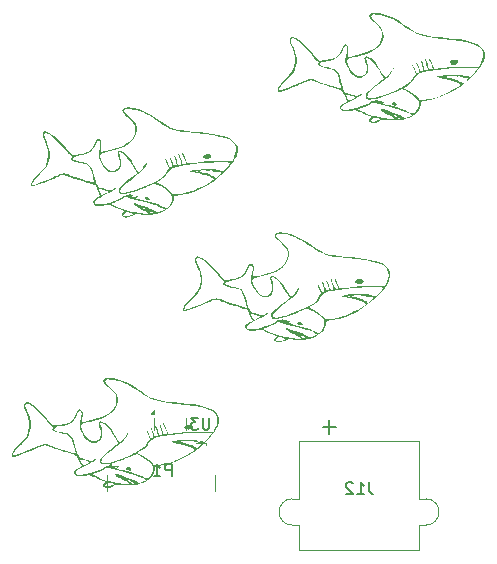
<source format=gbr>
%TF.GenerationSoftware,KiCad,Pcbnew,8.0.3*%
%TF.CreationDate,2024-07-15T22:47:52-04:00*%
%TF.ProjectId,get-a-grip-on-reality,6765742d-612d-4677-9269-702d6f6e2d72,rev?*%
%TF.SameCoordinates,Original*%
%TF.FileFunction,Legend,Bot*%
%TF.FilePolarity,Positive*%
%FSLAX46Y46*%
G04 Gerber Fmt 4.6, Leading zero omitted, Abs format (unit mm)*
G04 Created by KiCad (PCBNEW 8.0.3) date 2024-07-15 22:47:52*
%MOMM*%
%LPD*%
G01*
G04 APERTURE LIST*
%ADD10C,0.300000*%
%ADD11C,0.150000*%
%ADD12C,0.000000*%
%ADD13C,0.120000*%
G04 APERTURE END LIST*
D10*
D11*
X62229904Y-69050819D02*
X62229904Y-69860342D01*
X62229904Y-69860342D02*
X62182285Y-69955580D01*
X62182285Y-69955580D02*
X62134666Y-70003200D01*
X62134666Y-70003200D02*
X62039428Y-70050819D01*
X62039428Y-70050819D02*
X61848952Y-70050819D01*
X61848952Y-70050819D02*
X61753714Y-70003200D01*
X61753714Y-70003200D02*
X61706095Y-69955580D01*
X61706095Y-69955580D02*
X61658476Y-69860342D01*
X61658476Y-69860342D02*
X61658476Y-69050819D01*
X61277523Y-69050819D02*
X60658476Y-69050819D01*
X60658476Y-69050819D02*
X60991809Y-69431771D01*
X60991809Y-69431771D02*
X60848952Y-69431771D01*
X60848952Y-69431771D02*
X60753714Y-69479390D01*
X60753714Y-69479390D02*
X60706095Y-69527009D01*
X60706095Y-69527009D02*
X60658476Y-69622247D01*
X60658476Y-69622247D02*
X60658476Y-69860342D01*
X60658476Y-69860342D02*
X60706095Y-69955580D01*
X60706095Y-69955580D02*
X60753714Y-70003200D01*
X60753714Y-70003200D02*
X60848952Y-70050819D01*
X60848952Y-70050819D02*
X61134666Y-70050819D01*
X61134666Y-70050819D02*
X61229904Y-70003200D01*
X61229904Y-70003200D02*
X61277523Y-69955580D01*
D10*
D11*
X75739523Y-74511819D02*
X75739523Y-75226104D01*
X75739523Y-75226104D02*
X75787142Y-75368961D01*
X75787142Y-75368961D02*
X75882380Y-75464200D01*
X75882380Y-75464200D02*
X76025237Y-75511819D01*
X76025237Y-75511819D02*
X76120475Y-75511819D01*
X74739523Y-75511819D02*
X75310951Y-75511819D01*
X75025237Y-75511819D02*
X75025237Y-74511819D01*
X75025237Y-74511819D02*
X75120475Y-74654676D01*
X75120475Y-74654676D02*
X75215713Y-74749914D01*
X75215713Y-74749914D02*
X75310951Y-74797533D01*
X74358570Y-74607057D02*
X74310951Y-74559438D01*
X74310951Y-74559438D02*
X74215713Y-74511819D01*
X74215713Y-74511819D02*
X73977618Y-74511819D01*
X73977618Y-74511819D02*
X73882380Y-74559438D01*
X73882380Y-74559438D02*
X73834761Y-74607057D01*
X73834761Y-74607057D02*
X73787142Y-74702295D01*
X73787142Y-74702295D02*
X73787142Y-74797533D01*
X73787142Y-74797533D02*
X73834761Y-74940390D01*
X73834761Y-74940390D02*
X74406189Y-75511819D01*
X74406189Y-75511819D02*
X73787142Y-75511819D01*
X72961428Y-69837700D02*
X71818571Y-69837700D01*
X72389999Y-70409128D02*
X72389999Y-69266271D01*
D10*
D11*
X59031094Y-73987819D02*
X59031094Y-72987819D01*
X59031094Y-72987819D02*
X58650142Y-72987819D01*
X58650142Y-72987819D02*
X58554904Y-73035438D01*
X58554904Y-73035438D02*
X58507285Y-73083057D01*
X58507285Y-73083057D02*
X58459666Y-73178295D01*
X58459666Y-73178295D02*
X58459666Y-73321152D01*
X58459666Y-73321152D02*
X58507285Y-73416390D01*
X58507285Y-73416390D02*
X58554904Y-73464009D01*
X58554904Y-73464009D02*
X58650142Y-73511628D01*
X58650142Y-73511628D02*
X59031094Y-73511628D01*
X57507285Y-73987819D02*
X58078713Y-73987819D01*
X57792999Y-73987819D02*
X57792999Y-72987819D01*
X57792999Y-72987819D02*
X57888237Y-73130676D01*
X57888237Y-73130676D02*
X57983475Y-73225914D01*
X57983475Y-73225914D02*
X58078713Y-73273533D01*
D12*
%TO.C, *%
G36*
X63054949Y-69399950D02*
G01*
X62952224Y-69767880D01*
X62732242Y-70159999D01*
X62692423Y-70216770D01*
X62575958Y-70360569D01*
X62175417Y-70855118D01*
X61808829Y-71211739D01*
X61576872Y-71437389D01*
X60914067Y-71952811D01*
X60204281Y-72390618D01*
X59464792Y-72740038D01*
X58712879Y-72990305D01*
X57965822Y-73130648D01*
X57928134Y-73134832D01*
X57746358Y-73159461D01*
X57652773Y-73194291D01*
X57618096Y-73259690D01*
X57613689Y-73361178D01*
X57613044Y-73376025D01*
X57607385Y-73502624D01*
X57558628Y-73709613D01*
X57444438Y-73907227D01*
X57246244Y-74133828D01*
X57049652Y-74308792D01*
X57032823Y-74318681D01*
X56633584Y-74553276D01*
X56477730Y-74602657D01*
X56138331Y-74710193D01*
X55569802Y-74777956D01*
X54933910Y-74754977D01*
X54781940Y-74740078D01*
X54567521Y-74727230D01*
X54410251Y-74738219D01*
X54268071Y-74777886D01*
X54098924Y-74851069D01*
X53963646Y-74907989D01*
X53758300Y-74974629D01*
X53605750Y-75000850D01*
X53458782Y-74986711D01*
X53291513Y-74917429D01*
X53219651Y-74826310D01*
X53354546Y-74826310D01*
X53438226Y-74867461D01*
X53602710Y-74871943D01*
X53808353Y-74839623D01*
X54017286Y-74773518D01*
X54256068Y-74674614D01*
X53930596Y-74591320D01*
X53768378Y-74552343D01*
X53640942Y-74538364D01*
X53553687Y-74566377D01*
X53463632Y-74640950D01*
X53457472Y-74646817D01*
X53371667Y-74752906D01*
X53354546Y-74826310D01*
X53219651Y-74826310D01*
X53205975Y-74808969D01*
X53215074Y-74682191D01*
X53331719Y-74557956D01*
X53380850Y-74524467D01*
X53421580Y-74478373D01*
X53374228Y-74440712D01*
X53224352Y-74388722D01*
X53217807Y-74386576D01*
X53035810Y-74317138D01*
X52797068Y-74213977D01*
X52551450Y-74098595D01*
X52414736Y-74032185D01*
X52235233Y-73954600D01*
X52099129Y-73920951D01*
X51964557Y-73923269D01*
X51789647Y-73953582D01*
X51565338Y-73992766D01*
X51246412Y-74018123D01*
X51016943Y-73986493D01*
X50864252Y-73897102D01*
X50833289Y-73864216D01*
X50745400Y-73706522D01*
X50772538Y-73558054D01*
X50917220Y-73413838D01*
X51181959Y-73268900D01*
X51407638Y-73167046D01*
X51197487Y-72749827D01*
X51179691Y-72714282D01*
X51111059Y-72571191D01*
X51275985Y-72571191D01*
X51290037Y-72648699D01*
X51364359Y-72815738D01*
X51417871Y-72920705D01*
X51492530Y-73048161D01*
X51536018Y-73096745D01*
X51566337Y-73086127D01*
X51681877Y-73032169D01*
X51845894Y-72948422D01*
X51969452Y-72881018D01*
X52043352Y-72822773D01*
X52024487Y-72777592D01*
X51904076Y-72731289D01*
X51673337Y-72669680D01*
X51607298Y-72652423D01*
X51431551Y-72603325D01*
X51317619Y-72566929D01*
X51275985Y-72571191D01*
X51111059Y-72571191D01*
X51082016Y-72510640D01*
X51013037Y-72352388D01*
X50986728Y-72271256D01*
X50968685Y-72254147D01*
X50855094Y-72202875D01*
X50654464Y-72131106D01*
X50387047Y-72045869D01*
X50073096Y-71954191D01*
X49945153Y-71917752D01*
X49597210Y-71813046D01*
X49273609Y-71708238D01*
X49005792Y-71613765D01*
X48825203Y-71540061D01*
X48599853Y-71446591D01*
X48330590Y-71391338D01*
X48072968Y-71423037D01*
X47783330Y-71541759D01*
X47670225Y-71596281D01*
X47430753Y-71702629D01*
X47140995Y-71823965D01*
X46824270Y-71951298D01*
X46503899Y-72075640D01*
X46203201Y-72188000D01*
X45945495Y-72279387D01*
X45754102Y-72340813D01*
X45652342Y-72363285D01*
X45594337Y-72359061D01*
X45507524Y-72307091D01*
X45503026Y-72206857D01*
X45587923Y-72206857D01*
X45587937Y-72207615D01*
X45642911Y-72230457D01*
X45795962Y-72205265D01*
X46034450Y-72136423D01*
X46345736Y-72028317D01*
X46717181Y-71885331D01*
X47136144Y-71711852D01*
X47589988Y-71512262D01*
X47739526Y-71447173D01*
X47986605Y-71350346D01*
X48189844Y-71283727D01*
X48315936Y-71258938D01*
X48322069Y-71259053D01*
X48465183Y-71286433D01*
X48673248Y-71352608D01*
X48903459Y-71444089D01*
X49033084Y-71496762D01*
X49266800Y-71581783D01*
X49546496Y-71676228D01*
X49849017Y-71773075D01*
X50151209Y-71865304D01*
X50429920Y-71945892D01*
X50661995Y-72007818D01*
X50824281Y-72044062D01*
X50893623Y-72047602D01*
X50894158Y-72006201D01*
X50865413Y-71870323D01*
X50810978Y-71668432D01*
X50739701Y-71428957D01*
X50660426Y-71180329D01*
X50582000Y-70950981D01*
X50513269Y-70769343D01*
X50463080Y-70663845D01*
X50372878Y-70567476D01*
X50234611Y-70492817D01*
X50226638Y-70490986D01*
X50090665Y-70461358D01*
X49880650Y-70417091D01*
X49638572Y-70367044D01*
X49343286Y-70294518D01*
X49098181Y-70205486D01*
X48946705Y-70112731D01*
X48898278Y-70022204D01*
X48918603Y-69996069D01*
X49085025Y-69996069D01*
X49086142Y-70023548D01*
X49104806Y-70078027D01*
X49162413Y-70122738D01*
X49279302Y-70166179D01*
X49475809Y-70216848D01*
X49772269Y-70283243D01*
X49902662Y-70313705D01*
X50151331Y-70383157D01*
X50347030Y-70452710D01*
X50455928Y-70511087D01*
X50612352Y-70710695D01*
X50761258Y-71038766D01*
X50885224Y-71476421D01*
X50936844Y-71690162D01*
X51034148Y-72006201D01*
X51048485Y-72052768D01*
X51164092Y-72295338D01*
X51284421Y-72419661D01*
X51286477Y-72420745D01*
X51403992Y-72467840D01*
X51598002Y-72531941D01*
X51827595Y-72599501D01*
X51980416Y-72641349D01*
X52148019Y-72680359D01*
X52257525Y-72686049D01*
X52345716Y-72658261D01*
X52449376Y-72596838D01*
X52476529Y-72580319D01*
X52618710Y-72513789D01*
X52714840Y-72499552D01*
X52720119Y-72510715D01*
X52659204Y-72571023D01*
X52511918Y-72672819D01*
X52294120Y-72806570D01*
X52265853Y-72822773D01*
X52021670Y-72962742D01*
X51710426Y-73131802D01*
X51376246Y-73304218D01*
X51231021Y-73379080D01*
X51034662Y-73495473D01*
X50929908Y-73591838D01*
X50901968Y-73684487D01*
X50936053Y-73789735D01*
X50978186Y-73836475D01*
X51137187Y-73888720D01*
X51386535Y-73891100D01*
X51712107Y-73844120D01*
X51743424Y-73836378D01*
X52336715Y-73836378D01*
X52342598Y-73848155D01*
X52427920Y-73907834D01*
X52594790Y-73993863D01*
X52817510Y-74094950D01*
X53070379Y-74199800D01*
X53327698Y-74297119D01*
X53563769Y-74375615D01*
X53771025Y-74432128D01*
X54093847Y-74506258D01*
X54392029Y-74561475D01*
X54614590Y-74593902D01*
X54923846Y-74635225D01*
X55189614Y-74666990D01*
X55260199Y-74674614D01*
X55557730Y-74706751D01*
X55395359Y-74578555D01*
X55331411Y-74533270D01*
X55143868Y-74423997D01*
X54935214Y-74323517D01*
X54928041Y-74320452D01*
X54876808Y-74295894D01*
X55220290Y-74295894D01*
X55250967Y-74326570D01*
X55275967Y-74301570D01*
X55370674Y-74301570D01*
X55417722Y-74386538D01*
X55478579Y-74464339D01*
X55550386Y-74510628D01*
X55589288Y-74524095D01*
X55673672Y-74601513D01*
X55729968Y-74651214D01*
X55833817Y-74633128D01*
X55869810Y-74602657D01*
X56017875Y-74602657D01*
X56048551Y-74633334D01*
X56079227Y-74602657D01*
X56048551Y-74571981D01*
X56023153Y-74597379D01*
X56017875Y-74602657D01*
X55869810Y-74602657D01*
X55876044Y-74597379D01*
X55853537Y-74572921D01*
X55805853Y-74562003D01*
X55697783Y-74495290D01*
X55618348Y-74432271D01*
X55597327Y-74418599D01*
X55772464Y-74418599D01*
X55803141Y-74449276D01*
X55833817Y-74418599D01*
X55803141Y-74387923D01*
X55772464Y-74418599D01*
X55597327Y-74418599D01*
X55477282Y-74340524D01*
X55402894Y-74300132D01*
X55370674Y-74301570D01*
X55275967Y-74301570D01*
X55281643Y-74295894D01*
X55527054Y-74295894D01*
X55557730Y-74326570D01*
X55588406Y-74295894D01*
X55557730Y-74265218D01*
X55527054Y-74295894D01*
X55281643Y-74295894D01*
X55250967Y-74265218D01*
X55220290Y-74295894D01*
X54876808Y-74295894D01*
X54659852Y-74191899D01*
X54577349Y-74142512D01*
X54821498Y-74142512D01*
X54834090Y-74160873D01*
X54886471Y-74203865D01*
X55036232Y-74203865D01*
X55038015Y-74218530D01*
X55097585Y-74265218D01*
X55112250Y-74263435D01*
X55158938Y-74203865D01*
X55157155Y-74189200D01*
X55097585Y-74142512D01*
X55082920Y-74144295D01*
X55036232Y-74203865D01*
X54886471Y-74203865D01*
X54892594Y-74202270D01*
X54913527Y-74142512D01*
X54911030Y-74125696D01*
X54848553Y-74081160D01*
X54826362Y-74085977D01*
X54821498Y-74142512D01*
X54577349Y-74142512D01*
X54440987Y-74060885D01*
X54438282Y-74058712D01*
X54617616Y-74058712D01*
X54668116Y-74081160D01*
X54700596Y-74076732D01*
X54709018Y-74040258D01*
X54700026Y-74032915D01*
X54627215Y-74040258D01*
X54617616Y-74058712D01*
X54438282Y-74058712D01*
X54293405Y-73942314D01*
X54284747Y-73927778D01*
X54422706Y-73927778D01*
X54453382Y-73958454D01*
X54484058Y-73927778D01*
X54453382Y-73897102D01*
X54422706Y-73927778D01*
X54284747Y-73927778D01*
X54239067Y-73851087D01*
X54239055Y-73849858D01*
X54236348Y-73814487D01*
X54241454Y-73792453D01*
X54272575Y-73787678D01*
X54347917Y-73804081D01*
X54485684Y-73845585D01*
X54704079Y-73916110D01*
X54739853Y-73927778D01*
X55021308Y-74019577D01*
X55081283Y-74040258D01*
X55332895Y-74127021D01*
X55534138Y-74203865D01*
X55626372Y-74239084D01*
X55759466Y-74295894D01*
X55868322Y-74342358D01*
X56016112Y-74418599D01*
X56025756Y-74423574D01*
X56151966Y-74500667D01*
X56267925Y-74547402D01*
X56380495Y-74538650D01*
X56546205Y-74480603D01*
X56627930Y-74447671D01*
X56773227Y-74378836D01*
X56844361Y-74329443D01*
X56847388Y-74318681D01*
X56791387Y-74255841D01*
X56633750Y-74170481D01*
X56388777Y-74067833D01*
X56070766Y-73953131D01*
X55694017Y-73831609D01*
X55272828Y-73708500D01*
X54821498Y-73589039D01*
X54788398Y-73580722D01*
X54424000Y-73488274D01*
X54097504Y-73403889D01*
X53829210Y-73332930D01*
X53639419Y-73280760D01*
X53548430Y-73252742D01*
X53485926Y-73238395D01*
X53441063Y-73275978D01*
X53388132Y-73342183D01*
X53248413Y-73434361D01*
X53050800Y-73537408D01*
X52824186Y-73636258D01*
X52597464Y-73715845D01*
X52523539Y-73739705D01*
X52389737Y-73794874D01*
X52336715Y-73836378D01*
X51743424Y-73836378D01*
X52099780Y-73748281D01*
X52425019Y-73648265D01*
X52844651Y-73496200D01*
X53159063Y-73349471D01*
X53359831Y-73211663D01*
X53473747Y-73136394D01*
X53563093Y-73129776D01*
X53645095Y-73128571D01*
X53760620Y-73059513D01*
X53842706Y-72989309D01*
X53861985Y-72994322D01*
X53814642Y-73099517D01*
X53740898Y-73252899D01*
X53875237Y-73099517D01*
X54009576Y-72946136D01*
X53962576Y-73099517D01*
X53934972Y-73199609D01*
X53954990Y-73213116D01*
X54046436Y-73136023D01*
X54067580Y-73118068D01*
X54157392Y-73071890D01*
X54175415Y-73110258D01*
X54103672Y-73209952D01*
X54063943Y-73259662D01*
X54079504Y-73282294D01*
X54155396Y-73253213D01*
X54264493Y-73177836D01*
X54269661Y-73173571D01*
X54332702Y-73128587D01*
X54315339Y-73159430D01*
X54278262Y-73205232D01*
X54236942Y-73293003D01*
X54280513Y-73303292D01*
X54392029Y-73222223D01*
X54444495Y-73177924D01*
X54529871Y-73136736D01*
X54546473Y-73171785D01*
X54472810Y-73270282D01*
X54439554Y-73310428D01*
X54426796Y-73365339D01*
X54431986Y-73367986D01*
X54521511Y-73395842D01*
X54702323Y-73445231D01*
X54951548Y-73510045D01*
X55246314Y-73584176D01*
X55575385Y-73672802D01*
X55931295Y-73781918D01*
X56252885Y-73893041D01*
X56497346Y-73992210D01*
X56565459Y-74023441D01*
X56772948Y-74115437D01*
X56928534Y-74179698D01*
X57002704Y-74203865D01*
X57041627Y-74189633D01*
X57142948Y-74095239D01*
X57258558Y-73941480D01*
X57364146Y-73762672D01*
X57435398Y-73593132D01*
X57444835Y-73558853D01*
X57475223Y-73361178D01*
X57466833Y-73198274D01*
X57408226Y-73071432D01*
X57256955Y-72885652D01*
X57043518Y-72691644D01*
X56792397Y-72505572D01*
X56528070Y-72343604D01*
X56275018Y-72221906D01*
X56057721Y-72156645D01*
X55900660Y-72163986D01*
X55844894Y-72187493D01*
X55673729Y-72261300D01*
X55442533Y-72362168D01*
X55185104Y-72475389D01*
X54872210Y-72602973D01*
X54503765Y-72731954D01*
X54134332Y-72842573D01*
X53786811Y-72929182D01*
X53484102Y-72986135D01*
X53249105Y-73007781D01*
X53104721Y-72988475D01*
X53010937Y-72919068D01*
X52950440Y-72765852D01*
X52983047Y-72574165D01*
X53108605Y-72368554D01*
X53200895Y-72277563D01*
X53371109Y-72129111D01*
X53592640Y-71945495D01*
X53841282Y-71746114D01*
X54092829Y-71550364D01*
X54323074Y-71377642D01*
X54507811Y-71247345D01*
X54524599Y-71187696D01*
X54450942Y-71073927D01*
X54400429Y-71010176D01*
X54287572Y-70847363D01*
X54145293Y-70627599D01*
X53992791Y-70379964D01*
X53859425Y-70165516D01*
X53688632Y-69925562D01*
X53527826Y-69751518D01*
X53353793Y-69615617D01*
X53279143Y-69567657D01*
X53098464Y-69477622D01*
X52997573Y-69475973D01*
X52979351Y-69561603D01*
X53046676Y-69733410D01*
X53096196Y-69859679D01*
X53145552Y-70119743D01*
X53154405Y-70403635D01*
X53122616Y-70664852D01*
X53050045Y-70856891D01*
X53044029Y-70865900D01*
X52845006Y-71057649D01*
X52586032Y-71165553D01*
X52309483Y-71171602D01*
X52131657Y-71105170D01*
X51889422Y-70922692D01*
X51649605Y-70645206D01*
X51426641Y-70287173D01*
X51360073Y-70159672D01*
X51285181Y-69991276D01*
X51248084Y-69839223D01*
X51247872Y-69820907D01*
X51361600Y-69820907D01*
X51427846Y-70004098D01*
X51549619Y-70258625D01*
X51643955Y-70434389D01*
X51866330Y-70745928D01*
X52103977Y-70954592D01*
X52348115Y-71055827D01*
X52589964Y-71045081D01*
X52820743Y-70917800D01*
X52821323Y-70917311D01*
X52976239Y-70739811D01*
X53047748Y-70526627D01*
X53038486Y-70257411D01*
X52951089Y-69911814D01*
X52924143Y-69825913D01*
X52864537Y-69593937D01*
X52859054Y-69450384D01*
X52909893Y-69377369D01*
X53019249Y-69357005D01*
X53156690Y-69377902D01*
X53399856Y-69492155D01*
X53645447Y-69687336D01*
X53868711Y-69942241D01*
X54044897Y-70235665D01*
X54144359Y-70426821D01*
X54294912Y-70674924D01*
X54436997Y-70871210D01*
X54648328Y-71124156D01*
X54830979Y-70981210D01*
X54865258Y-70951805D01*
X55010581Y-70783078D01*
X55126278Y-70588456D01*
X55160324Y-70517698D01*
X55236681Y-70389465D01*
X55290961Y-70338648D01*
X55317252Y-70341395D01*
X55338052Y-70373584D01*
X55309326Y-70462267D01*
X55225489Y-70632517D01*
X55120128Y-70801636D01*
X54962339Y-70987129D01*
X54741642Y-71195023D01*
X54443804Y-71438678D01*
X54054590Y-71731452D01*
X53875882Y-71864856D01*
X53514125Y-72158373D01*
X53262518Y-72403340D01*
X53119826Y-72601057D01*
X53084816Y-72752826D01*
X53119127Y-72833283D01*
X53220954Y-72886410D01*
X53400303Y-72892492D01*
X53669168Y-72851671D01*
X54039544Y-72764087D01*
X54187233Y-72723392D01*
X54591577Y-72593554D01*
X55012197Y-72435817D01*
X55430044Y-72259415D01*
X55826065Y-72073584D01*
X55938811Y-72014528D01*
X56138976Y-72014528D01*
X56598887Y-72265598D01*
X56858907Y-72420010D01*
X57102768Y-72587880D01*
X57303689Y-72749033D01*
X57440077Y-72886121D01*
X57490339Y-72981796D01*
X57490414Y-72983747D01*
X57549741Y-73022591D01*
X57704272Y-73032897D01*
X57931470Y-73017702D01*
X58208797Y-72980044D01*
X58513716Y-72922960D01*
X58823691Y-72849489D01*
X59116184Y-72762666D01*
X59127280Y-72758928D01*
X59396096Y-72657003D01*
X59695479Y-72525922D01*
X60004960Y-72376779D01*
X60304070Y-72220669D01*
X60572342Y-72068685D01*
X60789306Y-71931922D01*
X60934495Y-71821473D01*
X60987440Y-71748433D01*
X60947992Y-71692697D01*
X60808429Y-71609956D01*
X60776141Y-71596377D01*
X60987440Y-71596377D01*
X61018116Y-71627053D01*
X61048793Y-71596377D01*
X61018116Y-71565701D01*
X60987440Y-71596377D01*
X60776141Y-71596377D01*
X60589175Y-71517748D01*
X60312381Y-71424218D01*
X60078274Y-71359195D01*
X60446119Y-71359195D01*
X60496619Y-71381643D01*
X60529099Y-71377215D01*
X60537521Y-71340741D01*
X60528528Y-71333398D01*
X60455717Y-71340741D01*
X60446119Y-71359195D01*
X60078274Y-71359195D01*
X60000196Y-71337509D01*
X59674770Y-71265767D01*
X59568396Y-71245448D01*
X59273714Y-71186175D01*
X59084660Y-71141145D01*
X58989178Y-71106344D01*
X58975214Y-71077761D01*
X58979798Y-71075582D01*
X59484734Y-71075582D01*
X59496754Y-71091673D01*
X59579950Y-71136232D01*
X59614357Y-71132993D01*
X59628824Y-71100979D01*
X59566910Y-71065484D01*
X59745708Y-71065484D01*
X59782677Y-71100979D01*
X59783347Y-71101622D01*
X59914071Y-71146095D01*
X60111758Y-71189817D01*
X60399069Y-71250576D01*
X60645450Y-71322198D01*
X60687405Y-71340741D01*
X60806833Y-71393525D01*
X60864735Y-71457972D01*
X60887656Y-71484881D01*
X60987440Y-71504348D01*
X61058759Y-71515853D01*
X61110145Y-71565701D01*
X61113347Y-71594758D01*
X61116074Y-71596377D01*
X61155608Y-71619850D01*
X61257462Y-71568402D01*
X61432209Y-71435018D01*
X61560187Y-71314552D01*
X61620842Y-71211739D01*
X61584537Y-71160499D01*
X61450518Y-71171655D01*
X61350902Y-71179875D01*
X61268255Y-71143883D01*
X61240869Y-71118681D01*
X61141702Y-71113707D01*
X61047573Y-71110956D01*
X60915282Y-71049675D01*
X60806212Y-70984859D01*
X60722006Y-70956169D01*
X61002482Y-70956169D01*
X61018116Y-71013527D01*
X61030721Y-71031689D01*
X61086711Y-71074880D01*
X61095103Y-71070885D01*
X61090073Y-71052432D01*
X61305056Y-71052432D01*
X61346569Y-71070885D01*
X61355556Y-71074880D01*
X61388036Y-71070452D01*
X61396458Y-71033978D01*
X61387465Y-71026635D01*
X61314654Y-71033978D01*
X61305056Y-71052432D01*
X61090073Y-71052432D01*
X61079469Y-71013527D01*
X61066864Y-70995365D01*
X61010875Y-70952174D01*
X61002482Y-70956169D01*
X60722006Y-70956169D01*
X60713040Y-70953114D01*
X60693660Y-70965738D01*
X60742029Y-71018189D01*
X60770998Y-71042134D01*
X60750497Y-71059425D01*
X60621693Y-71040202D01*
X60467873Y-71018464D01*
X60241979Y-71006012D01*
X60020505Y-71009999D01*
X59842635Y-71029394D01*
X59747557Y-71063169D01*
X59745708Y-71065484D01*
X59566910Y-71065484D01*
X59542466Y-71051470D01*
X59494610Y-71040718D01*
X59484734Y-71075582D01*
X58979798Y-71075582D01*
X59030712Y-71051382D01*
X59229271Y-71000640D01*
X59642432Y-70936021D01*
X60109346Y-70901341D01*
X60588442Y-70897704D01*
X61038153Y-70926215D01*
X61416909Y-70987978D01*
X61609314Y-71033978D01*
X61815701Y-71083321D01*
X62137942Y-70731575D01*
X62176478Y-70689220D01*
X62317451Y-70528461D01*
X62411840Y-70411269D01*
X62440924Y-70360569D01*
X62434383Y-70356617D01*
X62334277Y-70340923D01*
X62137254Y-70331452D01*
X61864623Y-70327729D01*
X61537697Y-70329284D01*
X61177785Y-70335642D01*
X60806199Y-70346331D01*
X60444250Y-70360878D01*
X60113248Y-70378811D01*
X59834504Y-70399657D01*
X59629329Y-70422943D01*
X59498410Y-70442389D01*
X59137816Y-70493597D01*
X58775124Y-70542382D01*
X58471981Y-70580361D01*
X58201889Y-70615815D01*
X57833247Y-70684931D01*
X57554920Y-70774350D01*
X57346644Y-70893852D01*
X57188156Y-71053215D01*
X57059196Y-71262219D01*
X56990311Y-71383272D01*
X56727270Y-71687789D01*
X56376113Y-71907595D01*
X56138976Y-72014528D01*
X55938811Y-72014528D01*
X56181213Y-71887558D01*
X56476436Y-71710571D01*
X56692684Y-71551859D01*
X56810907Y-71420655D01*
X56821372Y-71401822D01*
X56927483Y-71221870D01*
X57045149Y-71035040D01*
X57182810Y-70825147D01*
X57029913Y-70448865D01*
X56957944Y-70258024D01*
X56912986Y-70110229D01*
X56906846Y-70042752D01*
X56908385Y-70041529D01*
X56941894Y-70069883D01*
X57004249Y-70186058D01*
X57099865Y-70399198D01*
X57233161Y-70718451D01*
X57252222Y-70759446D01*
X57301831Y-70788962D01*
X57396821Y-70732236D01*
X57436970Y-70698654D01*
X57471259Y-70642829D01*
X57474430Y-70558981D01*
X57442874Y-70425632D01*
X57372982Y-70221304D01*
X57261148Y-69924517D01*
X57254014Y-69891620D01*
X57287877Y-69847826D01*
X57332523Y-69898308D01*
X57399310Y-70036363D01*
X57472481Y-70231281D01*
X57508059Y-70333877D01*
X57579313Y-70502344D01*
X57643313Y-70581750D01*
X57714393Y-70593564D01*
X57778512Y-70578428D01*
X57854086Y-70546805D01*
X57851783Y-70496380D01*
X57819522Y-70360456D01*
X57765501Y-70175537D01*
X57700268Y-69977397D01*
X57634376Y-69801812D01*
X57626724Y-69768219D01*
X57663517Y-69725121D01*
X57665657Y-69725288D01*
X57718378Y-69783672D01*
X57784693Y-69920336D01*
X57850063Y-70096371D01*
X57899948Y-70272872D01*
X57919807Y-70410930D01*
X57950442Y-70491619D01*
X58073189Y-70522706D01*
X58137222Y-70518815D01*
X58202071Y-70486360D01*
X58217281Y-70403217D01*
X58184083Y-70248355D01*
X58103706Y-70000746D01*
X58050476Y-69832327D01*
X58013870Y-69682318D01*
X58011677Y-69612800D01*
X58023103Y-69602938D01*
X58054180Y-69602965D01*
X58089740Y-69661138D01*
X58139371Y-69797448D01*
X58212658Y-70031884D01*
X58273563Y-70219396D01*
X58335758Y-70356858D01*
X58403468Y-70424701D01*
X58495035Y-70450090D01*
X58603790Y-70454621D01*
X58656039Y-70437023D01*
X58650628Y-70410308D01*
X58611205Y-70290576D01*
X58546272Y-70115862D01*
X58470995Y-69925109D01*
X58400539Y-69757265D01*
X58350070Y-69651275D01*
X58325278Y-69585687D01*
X58341968Y-69514903D01*
X58344517Y-69513599D01*
X58400053Y-69551809D01*
X58477036Y-69687284D01*
X58565839Y-69899999D01*
X58656838Y-70169928D01*
X58663492Y-70191533D01*
X58720430Y-70330564D01*
X58801725Y-70388108D01*
X58952222Y-70398929D01*
X58998228Y-70397444D01*
X59194388Y-70380473D01*
X59452685Y-70348662D01*
X59729711Y-70307134D01*
X59963299Y-70276534D01*
X60376257Y-70243849D01*
X60874242Y-70223346D01*
X61435641Y-70216176D01*
X62589398Y-70215942D01*
X62745590Y-69874772D01*
X62837592Y-69635979D01*
X62906735Y-69295395D01*
X62892043Y-68996963D01*
X62792552Y-68763485D01*
X62685857Y-68646878D01*
X62421355Y-68466336D01*
X62048889Y-68306152D01*
X61565739Y-68165590D01*
X60969184Y-68043917D01*
X60256505Y-67940399D01*
X59424981Y-67854299D01*
X59354198Y-67848089D01*
X58791725Y-67793433D01*
X58327651Y-67734451D01*
X57940177Y-67664362D01*
X57607503Y-67576388D01*
X57307832Y-67463748D01*
X57019365Y-67319663D01*
X56720302Y-67137353D01*
X56388845Y-66910040D01*
X56100940Y-66708231D01*
X55781781Y-66495851D01*
X55508071Y-66332486D01*
X55250960Y-66202523D01*
X54981600Y-66090348D01*
X54671143Y-65980347D01*
X54532317Y-65936836D01*
X54205262Y-65857012D01*
X53905797Y-65813285D01*
X53655948Y-65806856D01*
X53477737Y-65838926D01*
X53393191Y-65910695D01*
X53408196Y-65958510D01*
X53494967Y-66079500D01*
X53642077Y-66246072D01*
X53831929Y-66437115D01*
X53990531Y-66593650D01*
X54226899Y-66861908D01*
X54378832Y-67101817D01*
X54459659Y-67337017D01*
X54482711Y-67591146D01*
X54482633Y-67599999D01*
X54420416Y-67960367D01*
X54241206Y-68302106D01*
X53942285Y-68630447D01*
X53894726Y-68672075D01*
X53658947Y-68846833D01*
X53382753Y-68998031D01*
X53045685Y-69134199D01*
X52627284Y-69263865D01*
X52107092Y-69395559D01*
X51879106Y-69449724D01*
X51609633Y-69523462D01*
X51441132Y-69598178D01*
X51362241Y-69691464D01*
X51361600Y-69820907D01*
X51247872Y-69820907D01*
X51246123Y-69669513D01*
X51276637Y-69448143D01*
X51336965Y-69141111D01*
X51339864Y-69126999D01*
X51388132Y-68871907D01*
X51406892Y-68706664D01*
X51397205Y-68603548D01*
X51360130Y-68534837D01*
X51344875Y-68516954D01*
X51265138Y-68451850D01*
X51194065Y-68467623D01*
X51115610Y-68576042D01*
X51013726Y-68788874D01*
X50923927Y-68974470D01*
X50727696Y-69267120D01*
X50485723Y-69477281D01*
X50173362Y-69623425D01*
X49765966Y-69724022D01*
X49762363Y-69724676D01*
X49444848Y-69790101D01*
X49235533Y-69853380D01*
X49120298Y-69920156D01*
X49085025Y-69996069D01*
X48918603Y-69996069D01*
X48962319Y-69939855D01*
X49007610Y-69901052D01*
X49002415Y-69822088D01*
X48874894Y-69738382D01*
X48767955Y-69656344D01*
X48626074Y-69502316D01*
X48481756Y-69310758D01*
X48439961Y-69251802D01*
X48249984Y-69017464D01*
X48009236Y-68755150D01*
X47743227Y-68489598D01*
X47477465Y-68245550D01*
X47237459Y-68047743D01*
X47048717Y-67920918D01*
X46976846Y-67885934D01*
X46793604Y-67840246D01*
X46673825Y-67883564D01*
X46630918Y-68012937D01*
X46634683Y-68045363D01*
X46676256Y-68192742D01*
X46754038Y-68403458D01*
X46855824Y-68643300D01*
X46999571Y-69011156D01*
X47106190Y-69487222D01*
X47105012Y-69934881D01*
X46997283Y-70369324D01*
X46954063Y-70477421D01*
X46866358Y-70647406D01*
X46745741Y-70816482D01*
X46571988Y-71011407D01*
X46324875Y-71258938D01*
X46261459Y-71321251D01*
X45980615Y-71614872D01*
X45768598Y-71868252D01*
X45634628Y-72069532D01*
X45587923Y-72206857D01*
X45503026Y-72206857D01*
X45502060Y-72185343D01*
X45575271Y-71980538D01*
X45603737Y-71919235D01*
X45677424Y-71786622D01*
X45775098Y-71652645D01*
X45913871Y-71497472D01*
X46110855Y-71301269D01*
X46383164Y-71044203D01*
X46495000Y-70934038D01*
X46754538Y-70597380D01*
X46912403Y-70226023D01*
X46984138Y-69787462D01*
X46984878Y-69776621D01*
X46988449Y-69543833D01*
X46961719Y-69317302D01*
X46897422Y-69068615D01*
X46788292Y-68769362D01*
X46627065Y-68391131D01*
X46551829Y-68172582D01*
X46530759Y-67950328D01*
X46583065Y-67790377D01*
X46706448Y-67712387D01*
X46848156Y-67726397D01*
X47065930Y-67822517D01*
X47328469Y-67991694D01*
X47619681Y-68221124D01*
X47923472Y-68498004D01*
X48223752Y-68809531D01*
X48504428Y-69142900D01*
X48631676Y-69299617D01*
X48808078Y-69496613D01*
X48954661Y-69636847D01*
X49050435Y-69698945D01*
X49134634Y-69704091D01*
X49324461Y-69688145D01*
X49569035Y-69651917D01*
X49831800Y-69601822D01*
X50076197Y-69544275D01*
X50265669Y-69485692D01*
X50330009Y-69456449D01*
X50553489Y-69286444D01*
X50759131Y-69031792D01*
X50922119Y-68721388D01*
X51004039Y-68540945D01*
X51111065Y-68388966D01*
X51224676Y-68338400D01*
X51359517Y-68377741D01*
X51384024Y-68392505D01*
X51457423Y-68476961D01*
X51492092Y-68617129D01*
X51490657Y-68834025D01*
X51455738Y-69148666D01*
X51447432Y-69210387D01*
X51440106Y-69319932D01*
X51463610Y-69385807D01*
X51535578Y-69410760D01*
X51673644Y-69397540D01*
X51895442Y-69348896D01*
X52218606Y-69267575D01*
X52778378Y-69109158D01*
X53275945Y-68926701D01*
X53667596Y-68726708D01*
X53962023Y-68502442D01*
X54167919Y-68247167D01*
X54293976Y-67954145D01*
X54348887Y-67616641D01*
X54355480Y-67471588D01*
X54345247Y-67291489D01*
X54297019Y-67147501D01*
X54197957Y-66985973D01*
X54070812Y-66828525D01*
X53878178Y-66629842D01*
X53671542Y-66446097D01*
X53502792Y-66296996D01*
X53327878Y-66088988D01*
X53261494Y-65917016D01*
X53303343Y-65786934D01*
X53453130Y-65704593D01*
X53710557Y-65675846D01*
X53728261Y-65675939D01*
X54156758Y-65723485D01*
X54639863Y-65851072D01*
X55150826Y-66048438D01*
X55662898Y-66305321D01*
X56149330Y-66611458D01*
X56231175Y-66669045D01*
X56577188Y-66908925D01*
X56875908Y-67104318D01*
X57146178Y-67261282D01*
X57406841Y-67385874D01*
X57676739Y-67484151D01*
X57974717Y-67562171D01*
X58319617Y-67625991D01*
X58730282Y-67681668D01*
X59225555Y-67735260D01*
X59824281Y-67792825D01*
X60302540Y-67844702D01*
X60842526Y-67920365D01*
X61339903Y-68008121D01*
X61774662Y-68103966D01*
X62126796Y-68203892D01*
X62376296Y-68303891D01*
X62669399Y-68492508D01*
X62912554Y-68757144D01*
X63041398Y-69061331D01*
X63050765Y-69295395D01*
X63054949Y-69399950D01*
G37*
G36*
X60750619Y-69684868D02*
G01*
X60803382Y-69785613D01*
X60798539Y-69831984D01*
X60711386Y-69965052D01*
X60527295Y-70043964D01*
X60499631Y-70048942D01*
X60304097Y-70044148D01*
X60151135Y-69977042D01*
X60078735Y-69862955D01*
X60078986Y-69797260D01*
X60137086Y-69726030D01*
X60289731Y-69669431D01*
X60400854Y-69644622D01*
X60608406Y-69636054D01*
X60750619Y-69684868D01*
G37*
G36*
X55428089Y-73240221D02*
G01*
X55553911Y-73319198D01*
X55605967Y-73390514D01*
X55616026Y-73472579D01*
X55592447Y-73496818D01*
X55475984Y-73527575D01*
X55332706Y-73506846D01*
X55222521Y-73439644D01*
X55177957Y-73348486D01*
X55208548Y-73266337D01*
X55302447Y-73226425D01*
X55428089Y-73240221D01*
G37*
D13*
%TO.C,U3*%
X57565000Y-68692500D02*
X57285000Y-68692500D01*
X57565000Y-68412500D01*
X57565000Y-68692500D01*
G36*
X57565000Y-68692500D02*
G01*
X57285000Y-68692500D01*
X57565000Y-68412500D01*
X57565000Y-68692500D01*
G37*
X60235000Y-69082500D02*
X60235000Y-70082500D01*
X57515000Y-69082500D02*
X57515000Y-70082500D01*
D12*
%TO.C, *%
G36*
X64654949Y-46499950D02*
G01*
X64552224Y-46867880D01*
X64332242Y-47259999D01*
X64292423Y-47316770D01*
X64175958Y-47460569D01*
X63775417Y-47955118D01*
X63408829Y-48311739D01*
X63176872Y-48537389D01*
X62514067Y-49052811D01*
X61804281Y-49490618D01*
X61064792Y-49840038D01*
X60312879Y-50090305D01*
X59565822Y-50230648D01*
X59528134Y-50234832D01*
X59346358Y-50259461D01*
X59252773Y-50294291D01*
X59218096Y-50359690D01*
X59213689Y-50461178D01*
X59213044Y-50476025D01*
X59207385Y-50602624D01*
X59158628Y-50809613D01*
X59044438Y-51007227D01*
X58846244Y-51233828D01*
X58649652Y-51408792D01*
X58632823Y-51418681D01*
X58233584Y-51653276D01*
X58077730Y-51702657D01*
X57738331Y-51810193D01*
X57169802Y-51877956D01*
X56533910Y-51854977D01*
X56381940Y-51840078D01*
X56167521Y-51827230D01*
X56010251Y-51838219D01*
X55868071Y-51877886D01*
X55698924Y-51951069D01*
X55563646Y-52007989D01*
X55358300Y-52074629D01*
X55205750Y-52100850D01*
X55058782Y-52086711D01*
X54891513Y-52017429D01*
X54819651Y-51926310D01*
X54954546Y-51926310D01*
X55038226Y-51967461D01*
X55202710Y-51971943D01*
X55408353Y-51939623D01*
X55617286Y-51873518D01*
X55856068Y-51774614D01*
X55530596Y-51691320D01*
X55368378Y-51652343D01*
X55240942Y-51638364D01*
X55153687Y-51666377D01*
X55063632Y-51740950D01*
X55057472Y-51746817D01*
X54971667Y-51852906D01*
X54954546Y-51926310D01*
X54819651Y-51926310D01*
X54805975Y-51908969D01*
X54815074Y-51782191D01*
X54931719Y-51657956D01*
X54980850Y-51624467D01*
X55021580Y-51578373D01*
X54974228Y-51540712D01*
X54824352Y-51488722D01*
X54817807Y-51486576D01*
X54635810Y-51417138D01*
X54397068Y-51313977D01*
X54151450Y-51198595D01*
X54014736Y-51132185D01*
X53835233Y-51054600D01*
X53699129Y-51020951D01*
X53564557Y-51023269D01*
X53389647Y-51053582D01*
X53165338Y-51092766D01*
X52846412Y-51118123D01*
X52616943Y-51086493D01*
X52464252Y-50997102D01*
X52433289Y-50964216D01*
X52345400Y-50806522D01*
X52372538Y-50658054D01*
X52517220Y-50513838D01*
X52781959Y-50368900D01*
X53007638Y-50267046D01*
X52797487Y-49849827D01*
X52779691Y-49814282D01*
X52711059Y-49671191D01*
X52875985Y-49671191D01*
X52890037Y-49748699D01*
X52964359Y-49915738D01*
X53017871Y-50020705D01*
X53092530Y-50148161D01*
X53136018Y-50196745D01*
X53166337Y-50186127D01*
X53281877Y-50132169D01*
X53445894Y-50048422D01*
X53569452Y-49981018D01*
X53643352Y-49922773D01*
X53624487Y-49877592D01*
X53504076Y-49831289D01*
X53273337Y-49769680D01*
X53207298Y-49752423D01*
X53031551Y-49703325D01*
X52917619Y-49666929D01*
X52875985Y-49671191D01*
X52711059Y-49671191D01*
X52682016Y-49610640D01*
X52613037Y-49452388D01*
X52586728Y-49371256D01*
X52568685Y-49354147D01*
X52455094Y-49302875D01*
X52254464Y-49231106D01*
X51987047Y-49145869D01*
X51673096Y-49054191D01*
X51545153Y-49017752D01*
X51197210Y-48913046D01*
X50873609Y-48808238D01*
X50605792Y-48713765D01*
X50425203Y-48640061D01*
X50199853Y-48546591D01*
X49930590Y-48491338D01*
X49672968Y-48523037D01*
X49383330Y-48641759D01*
X49270225Y-48696281D01*
X49030753Y-48802629D01*
X48740995Y-48923965D01*
X48424270Y-49051298D01*
X48103899Y-49175640D01*
X47803201Y-49288000D01*
X47545495Y-49379387D01*
X47354102Y-49440813D01*
X47252342Y-49463285D01*
X47194337Y-49459061D01*
X47107524Y-49407091D01*
X47103026Y-49306857D01*
X47187923Y-49306857D01*
X47187937Y-49307615D01*
X47242911Y-49330457D01*
X47395962Y-49305265D01*
X47634450Y-49236423D01*
X47945736Y-49128317D01*
X48317181Y-48985331D01*
X48736144Y-48811852D01*
X49189988Y-48612262D01*
X49339526Y-48547173D01*
X49586605Y-48450346D01*
X49789844Y-48383727D01*
X49915936Y-48358938D01*
X49922069Y-48359053D01*
X50065183Y-48386433D01*
X50273248Y-48452608D01*
X50503459Y-48544089D01*
X50633084Y-48596762D01*
X50866800Y-48681783D01*
X51146496Y-48776228D01*
X51449017Y-48873075D01*
X51751209Y-48965304D01*
X52029920Y-49045892D01*
X52261995Y-49107818D01*
X52424281Y-49144062D01*
X52493623Y-49147602D01*
X52494158Y-49106201D01*
X52465413Y-48970323D01*
X52410978Y-48768432D01*
X52339701Y-48528957D01*
X52260426Y-48280329D01*
X52182000Y-48050981D01*
X52113269Y-47869343D01*
X52063080Y-47763845D01*
X51972878Y-47667476D01*
X51834611Y-47592817D01*
X51826638Y-47590986D01*
X51690665Y-47561358D01*
X51480650Y-47517091D01*
X51238572Y-47467044D01*
X50943286Y-47394518D01*
X50698181Y-47305486D01*
X50546705Y-47212731D01*
X50498278Y-47122204D01*
X50518603Y-47096069D01*
X50685025Y-47096069D01*
X50686142Y-47123548D01*
X50704806Y-47178027D01*
X50762413Y-47222738D01*
X50879302Y-47266179D01*
X51075809Y-47316848D01*
X51372269Y-47383243D01*
X51502662Y-47413705D01*
X51751331Y-47483157D01*
X51947030Y-47552710D01*
X52055928Y-47611087D01*
X52212352Y-47810695D01*
X52361258Y-48138766D01*
X52485224Y-48576421D01*
X52536844Y-48790162D01*
X52634148Y-49106201D01*
X52648485Y-49152768D01*
X52764092Y-49395338D01*
X52884421Y-49519661D01*
X52886477Y-49520745D01*
X53003992Y-49567840D01*
X53198002Y-49631941D01*
X53427595Y-49699501D01*
X53580416Y-49741349D01*
X53748019Y-49780359D01*
X53857525Y-49786049D01*
X53945716Y-49758261D01*
X54049376Y-49696838D01*
X54076529Y-49680319D01*
X54218710Y-49613789D01*
X54314840Y-49599552D01*
X54320119Y-49610715D01*
X54259204Y-49671023D01*
X54111918Y-49772819D01*
X53894120Y-49906570D01*
X53865853Y-49922773D01*
X53621670Y-50062742D01*
X53310426Y-50231802D01*
X52976246Y-50404218D01*
X52831021Y-50479080D01*
X52634662Y-50595473D01*
X52529908Y-50691838D01*
X52501968Y-50784487D01*
X52536053Y-50889735D01*
X52578186Y-50936475D01*
X52737187Y-50988720D01*
X52986535Y-50991100D01*
X53312107Y-50944120D01*
X53343424Y-50936378D01*
X53936715Y-50936378D01*
X53942598Y-50948155D01*
X54027920Y-51007834D01*
X54194790Y-51093863D01*
X54417510Y-51194950D01*
X54670379Y-51299800D01*
X54927698Y-51397119D01*
X55163769Y-51475615D01*
X55371025Y-51532128D01*
X55693847Y-51606258D01*
X55992029Y-51661475D01*
X56214590Y-51693902D01*
X56523846Y-51735225D01*
X56789614Y-51766990D01*
X56860199Y-51774614D01*
X57157730Y-51806751D01*
X56995359Y-51678555D01*
X56931411Y-51633270D01*
X56743868Y-51523997D01*
X56535214Y-51423517D01*
X56528041Y-51420452D01*
X56476808Y-51395894D01*
X56820290Y-51395894D01*
X56850967Y-51426570D01*
X56875967Y-51401570D01*
X56970674Y-51401570D01*
X57017722Y-51486538D01*
X57078579Y-51564339D01*
X57150386Y-51610628D01*
X57189288Y-51624095D01*
X57273672Y-51701513D01*
X57329968Y-51751214D01*
X57433817Y-51733128D01*
X57469810Y-51702657D01*
X57617875Y-51702657D01*
X57648551Y-51733334D01*
X57679227Y-51702657D01*
X57648551Y-51671981D01*
X57623153Y-51697379D01*
X57617875Y-51702657D01*
X57469810Y-51702657D01*
X57476044Y-51697379D01*
X57453537Y-51672921D01*
X57405853Y-51662003D01*
X57297783Y-51595290D01*
X57218348Y-51532271D01*
X57197327Y-51518599D01*
X57372464Y-51518599D01*
X57403141Y-51549276D01*
X57433817Y-51518599D01*
X57403141Y-51487923D01*
X57372464Y-51518599D01*
X57197327Y-51518599D01*
X57077282Y-51440524D01*
X57002894Y-51400132D01*
X56970674Y-51401570D01*
X56875967Y-51401570D01*
X56881643Y-51395894D01*
X57127054Y-51395894D01*
X57157730Y-51426570D01*
X57188406Y-51395894D01*
X57157730Y-51365218D01*
X57127054Y-51395894D01*
X56881643Y-51395894D01*
X56850967Y-51365218D01*
X56820290Y-51395894D01*
X56476808Y-51395894D01*
X56259852Y-51291899D01*
X56177349Y-51242512D01*
X56421498Y-51242512D01*
X56434090Y-51260873D01*
X56486471Y-51303865D01*
X56636232Y-51303865D01*
X56638015Y-51318530D01*
X56697585Y-51365218D01*
X56712250Y-51363435D01*
X56758938Y-51303865D01*
X56757155Y-51289200D01*
X56697585Y-51242512D01*
X56682920Y-51244295D01*
X56636232Y-51303865D01*
X56486471Y-51303865D01*
X56492594Y-51302270D01*
X56513527Y-51242512D01*
X56511030Y-51225696D01*
X56448553Y-51181160D01*
X56426362Y-51185977D01*
X56421498Y-51242512D01*
X56177349Y-51242512D01*
X56040987Y-51160885D01*
X56038282Y-51158712D01*
X56217616Y-51158712D01*
X56268116Y-51181160D01*
X56300596Y-51176732D01*
X56309018Y-51140258D01*
X56300026Y-51132915D01*
X56227215Y-51140258D01*
X56217616Y-51158712D01*
X56038282Y-51158712D01*
X55893405Y-51042314D01*
X55884747Y-51027778D01*
X56022706Y-51027778D01*
X56053382Y-51058454D01*
X56084058Y-51027778D01*
X56053382Y-50997102D01*
X56022706Y-51027778D01*
X55884747Y-51027778D01*
X55839067Y-50951087D01*
X55839055Y-50949858D01*
X55836348Y-50914487D01*
X55841454Y-50892453D01*
X55872575Y-50887678D01*
X55947917Y-50904081D01*
X56085684Y-50945585D01*
X56304079Y-51016110D01*
X56339853Y-51027778D01*
X56621308Y-51119577D01*
X56681283Y-51140258D01*
X56932895Y-51227021D01*
X57134138Y-51303865D01*
X57226372Y-51339084D01*
X57359466Y-51395894D01*
X57468322Y-51442358D01*
X57616112Y-51518599D01*
X57625756Y-51523574D01*
X57751966Y-51600667D01*
X57867925Y-51647402D01*
X57980495Y-51638650D01*
X58146205Y-51580603D01*
X58227930Y-51547671D01*
X58373227Y-51478836D01*
X58444361Y-51429443D01*
X58447388Y-51418681D01*
X58391387Y-51355841D01*
X58233750Y-51270481D01*
X57988777Y-51167833D01*
X57670766Y-51053131D01*
X57294017Y-50931609D01*
X56872828Y-50808500D01*
X56421498Y-50689039D01*
X56388398Y-50680722D01*
X56024000Y-50588274D01*
X55697504Y-50503889D01*
X55429210Y-50432930D01*
X55239419Y-50380760D01*
X55148430Y-50352742D01*
X55085926Y-50338395D01*
X55041063Y-50375978D01*
X54988132Y-50442183D01*
X54848413Y-50534361D01*
X54650800Y-50637408D01*
X54424186Y-50736258D01*
X54197464Y-50815845D01*
X54123539Y-50839705D01*
X53989737Y-50894874D01*
X53936715Y-50936378D01*
X53343424Y-50936378D01*
X53699780Y-50848281D01*
X54025019Y-50748265D01*
X54444651Y-50596200D01*
X54759063Y-50449471D01*
X54959831Y-50311663D01*
X55073747Y-50236394D01*
X55163093Y-50229776D01*
X55245095Y-50228571D01*
X55360620Y-50159513D01*
X55442706Y-50089309D01*
X55461985Y-50094322D01*
X55414642Y-50199517D01*
X55340898Y-50352899D01*
X55475237Y-50199517D01*
X55609576Y-50046136D01*
X55562576Y-50199517D01*
X55534972Y-50299609D01*
X55554990Y-50313116D01*
X55646436Y-50236023D01*
X55667580Y-50218068D01*
X55757392Y-50171890D01*
X55775415Y-50210258D01*
X55703672Y-50309952D01*
X55663943Y-50359662D01*
X55679504Y-50382294D01*
X55755396Y-50353213D01*
X55864493Y-50277836D01*
X55869661Y-50273571D01*
X55932702Y-50228587D01*
X55915339Y-50259430D01*
X55878262Y-50305232D01*
X55836942Y-50393003D01*
X55880513Y-50403292D01*
X55992029Y-50322223D01*
X56044495Y-50277924D01*
X56129871Y-50236736D01*
X56146473Y-50271785D01*
X56072810Y-50370282D01*
X56039554Y-50410428D01*
X56026796Y-50465339D01*
X56031986Y-50467986D01*
X56121511Y-50495842D01*
X56302323Y-50545231D01*
X56551548Y-50610045D01*
X56846314Y-50684176D01*
X57175385Y-50772802D01*
X57531295Y-50881918D01*
X57852885Y-50993041D01*
X58097346Y-51092210D01*
X58165459Y-51123441D01*
X58372948Y-51215437D01*
X58528534Y-51279698D01*
X58602704Y-51303865D01*
X58641627Y-51289633D01*
X58742948Y-51195239D01*
X58858558Y-51041480D01*
X58964146Y-50862672D01*
X59035398Y-50693132D01*
X59044835Y-50658853D01*
X59075223Y-50461178D01*
X59066833Y-50298274D01*
X59008226Y-50171432D01*
X58856955Y-49985652D01*
X58643518Y-49791644D01*
X58392397Y-49605572D01*
X58128070Y-49443604D01*
X57875018Y-49321906D01*
X57657721Y-49256645D01*
X57500660Y-49263986D01*
X57444894Y-49287493D01*
X57273729Y-49361300D01*
X57042533Y-49462168D01*
X56785104Y-49575389D01*
X56472210Y-49702973D01*
X56103765Y-49831954D01*
X55734332Y-49942573D01*
X55386811Y-50029182D01*
X55084102Y-50086135D01*
X54849105Y-50107781D01*
X54704721Y-50088475D01*
X54610937Y-50019068D01*
X54550440Y-49865852D01*
X54583047Y-49674165D01*
X54708605Y-49468554D01*
X54800895Y-49377563D01*
X54971109Y-49229111D01*
X55192640Y-49045495D01*
X55441282Y-48846114D01*
X55692829Y-48650364D01*
X55923074Y-48477642D01*
X56107811Y-48347345D01*
X56124599Y-48287696D01*
X56050942Y-48173927D01*
X56000429Y-48110176D01*
X55887572Y-47947363D01*
X55745293Y-47727599D01*
X55592791Y-47479964D01*
X55459425Y-47265516D01*
X55288632Y-47025562D01*
X55127826Y-46851518D01*
X54953793Y-46715617D01*
X54879143Y-46667657D01*
X54698464Y-46577622D01*
X54597573Y-46575973D01*
X54579351Y-46661603D01*
X54646676Y-46833410D01*
X54696196Y-46959679D01*
X54745552Y-47219743D01*
X54754405Y-47503635D01*
X54722616Y-47764852D01*
X54650045Y-47956891D01*
X54644029Y-47965900D01*
X54445006Y-48157649D01*
X54186032Y-48265553D01*
X53909483Y-48271602D01*
X53731657Y-48205170D01*
X53489422Y-48022692D01*
X53249605Y-47745206D01*
X53026641Y-47387173D01*
X52960073Y-47259672D01*
X52885181Y-47091276D01*
X52848084Y-46939223D01*
X52847872Y-46920907D01*
X52961600Y-46920907D01*
X53027846Y-47104098D01*
X53149619Y-47358625D01*
X53243955Y-47534389D01*
X53466330Y-47845928D01*
X53703977Y-48054592D01*
X53948115Y-48155827D01*
X54189964Y-48145081D01*
X54420743Y-48017800D01*
X54421323Y-48017311D01*
X54576239Y-47839811D01*
X54647748Y-47626627D01*
X54638486Y-47357411D01*
X54551089Y-47011814D01*
X54524143Y-46925913D01*
X54464537Y-46693937D01*
X54459054Y-46550384D01*
X54509893Y-46477369D01*
X54619249Y-46457005D01*
X54756690Y-46477902D01*
X54999856Y-46592155D01*
X55245447Y-46787336D01*
X55468711Y-47042241D01*
X55644897Y-47335665D01*
X55744359Y-47526821D01*
X55894912Y-47774924D01*
X56036997Y-47971210D01*
X56248328Y-48224156D01*
X56430979Y-48081210D01*
X56465258Y-48051805D01*
X56610581Y-47883078D01*
X56726278Y-47688456D01*
X56760324Y-47617698D01*
X56836681Y-47489465D01*
X56890961Y-47438648D01*
X56917252Y-47441395D01*
X56938052Y-47473584D01*
X56909326Y-47562267D01*
X56825489Y-47732517D01*
X56720128Y-47901636D01*
X56562339Y-48087129D01*
X56341642Y-48295023D01*
X56043804Y-48538678D01*
X55654590Y-48831452D01*
X55475882Y-48964856D01*
X55114125Y-49258373D01*
X54862518Y-49503340D01*
X54719826Y-49701057D01*
X54684816Y-49852826D01*
X54719127Y-49933283D01*
X54820954Y-49986410D01*
X55000303Y-49992492D01*
X55269168Y-49951671D01*
X55639544Y-49864087D01*
X55787233Y-49823392D01*
X56191577Y-49693554D01*
X56612197Y-49535817D01*
X57030044Y-49359415D01*
X57426065Y-49173584D01*
X57538811Y-49114528D01*
X57738976Y-49114528D01*
X58198887Y-49365598D01*
X58458907Y-49520010D01*
X58702768Y-49687880D01*
X58903689Y-49849033D01*
X59040077Y-49986121D01*
X59090339Y-50081796D01*
X59090414Y-50083747D01*
X59149741Y-50122591D01*
X59304272Y-50132897D01*
X59531470Y-50117702D01*
X59808797Y-50080044D01*
X60113716Y-50022960D01*
X60423691Y-49949489D01*
X60716184Y-49862666D01*
X60727280Y-49858928D01*
X60996096Y-49757003D01*
X61295479Y-49625922D01*
X61604960Y-49476779D01*
X61904070Y-49320669D01*
X62172342Y-49168685D01*
X62389306Y-49031922D01*
X62534495Y-48921473D01*
X62587440Y-48848433D01*
X62547992Y-48792697D01*
X62408429Y-48709956D01*
X62376141Y-48696377D01*
X62587440Y-48696377D01*
X62618116Y-48727053D01*
X62648793Y-48696377D01*
X62618116Y-48665701D01*
X62587440Y-48696377D01*
X62376141Y-48696377D01*
X62189175Y-48617748D01*
X61912381Y-48524218D01*
X61678274Y-48459195D01*
X62046119Y-48459195D01*
X62096619Y-48481643D01*
X62129099Y-48477215D01*
X62137521Y-48440741D01*
X62128528Y-48433398D01*
X62055717Y-48440741D01*
X62046119Y-48459195D01*
X61678274Y-48459195D01*
X61600196Y-48437509D01*
X61274770Y-48365767D01*
X61168396Y-48345448D01*
X60873714Y-48286175D01*
X60684660Y-48241145D01*
X60589178Y-48206344D01*
X60575214Y-48177761D01*
X60579798Y-48175582D01*
X61084734Y-48175582D01*
X61096754Y-48191673D01*
X61179950Y-48236232D01*
X61214357Y-48232993D01*
X61228824Y-48200979D01*
X61166910Y-48165484D01*
X61345708Y-48165484D01*
X61382677Y-48200979D01*
X61383347Y-48201622D01*
X61514071Y-48246095D01*
X61711758Y-48289817D01*
X61999069Y-48350576D01*
X62245450Y-48422198D01*
X62287405Y-48440741D01*
X62406833Y-48493525D01*
X62464735Y-48557972D01*
X62487656Y-48584881D01*
X62587440Y-48604348D01*
X62658759Y-48615853D01*
X62710145Y-48665701D01*
X62713347Y-48694758D01*
X62716074Y-48696377D01*
X62755608Y-48719850D01*
X62857462Y-48668402D01*
X63032209Y-48535018D01*
X63160187Y-48414552D01*
X63220842Y-48311739D01*
X63184537Y-48260499D01*
X63050518Y-48271655D01*
X62950902Y-48279875D01*
X62868255Y-48243883D01*
X62840869Y-48218681D01*
X62741702Y-48213707D01*
X62647573Y-48210956D01*
X62515282Y-48149675D01*
X62406212Y-48084859D01*
X62322006Y-48056169D01*
X62602482Y-48056169D01*
X62618116Y-48113527D01*
X62630721Y-48131689D01*
X62686711Y-48174880D01*
X62695103Y-48170885D01*
X62690073Y-48152432D01*
X62905056Y-48152432D01*
X62946569Y-48170885D01*
X62955556Y-48174880D01*
X62988036Y-48170452D01*
X62996458Y-48133978D01*
X62987465Y-48126635D01*
X62914654Y-48133978D01*
X62905056Y-48152432D01*
X62690073Y-48152432D01*
X62679469Y-48113527D01*
X62666864Y-48095365D01*
X62610875Y-48052174D01*
X62602482Y-48056169D01*
X62322006Y-48056169D01*
X62313040Y-48053114D01*
X62293660Y-48065738D01*
X62342029Y-48118189D01*
X62370998Y-48142134D01*
X62350497Y-48159425D01*
X62221693Y-48140202D01*
X62067873Y-48118464D01*
X61841979Y-48106012D01*
X61620505Y-48109999D01*
X61442635Y-48129394D01*
X61347557Y-48163169D01*
X61345708Y-48165484D01*
X61166910Y-48165484D01*
X61142466Y-48151470D01*
X61094610Y-48140718D01*
X61084734Y-48175582D01*
X60579798Y-48175582D01*
X60630712Y-48151382D01*
X60829271Y-48100640D01*
X61242432Y-48036021D01*
X61709346Y-48001341D01*
X62188442Y-47997704D01*
X62638153Y-48026215D01*
X63016909Y-48087978D01*
X63209314Y-48133978D01*
X63415701Y-48183321D01*
X63737942Y-47831575D01*
X63776478Y-47789220D01*
X63917451Y-47628461D01*
X64011840Y-47511269D01*
X64040924Y-47460569D01*
X64034383Y-47456617D01*
X63934277Y-47440923D01*
X63737254Y-47431452D01*
X63464623Y-47427729D01*
X63137697Y-47429284D01*
X62777785Y-47435642D01*
X62406199Y-47446331D01*
X62044250Y-47460878D01*
X61713248Y-47478811D01*
X61434504Y-47499657D01*
X61229329Y-47522943D01*
X61098410Y-47542389D01*
X60737816Y-47593597D01*
X60375124Y-47642382D01*
X60071981Y-47680361D01*
X59801889Y-47715815D01*
X59433247Y-47784931D01*
X59154920Y-47874350D01*
X58946644Y-47993852D01*
X58788156Y-48153215D01*
X58659196Y-48362219D01*
X58590311Y-48483272D01*
X58327270Y-48787789D01*
X57976113Y-49007595D01*
X57738976Y-49114528D01*
X57538811Y-49114528D01*
X57781213Y-48987558D01*
X58076436Y-48810571D01*
X58292684Y-48651859D01*
X58410907Y-48520655D01*
X58421372Y-48501822D01*
X58527483Y-48321870D01*
X58645149Y-48135040D01*
X58782810Y-47925147D01*
X58629913Y-47548865D01*
X58557944Y-47358024D01*
X58512986Y-47210229D01*
X58506846Y-47142752D01*
X58508385Y-47141529D01*
X58541894Y-47169883D01*
X58604249Y-47286058D01*
X58699865Y-47499198D01*
X58833161Y-47818451D01*
X58852222Y-47859446D01*
X58901831Y-47888962D01*
X58996821Y-47832236D01*
X59036970Y-47798654D01*
X59071259Y-47742829D01*
X59074430Y-47658981D01*
X59042874Y-47525632D01*
X58972982Y-47321304D01*
X58861148Y-47024517D01*
X58854014Y-46991620D01*
X58887877Y-46947826D01*
X58932523Y-46998308D01*
X58999310Y-47136363D01*
X59072481Y-47331281D01*
X59108059Y-47433877D01*
X59179313Y-47602344D01*
X59243313Y-47681750D01*
X59314393Y-47693564D01*
X59378512Y-47678428D01*
X59454086Y-47646805D01*
X59451783Y-47596380D01*
X59419522Y-47460456D01*
X59365501Y-47275537D01*
X59300268Y-47077397D01*
X59234376Y-46901812D01*
X59226724Y-46868219D01*
X59263517Y-46825121D01*
X59265657Y-46825288D01*
X59318378Y-46883672D01*
X59384693Y-47020336D01*
X59450063Y-47196371D01*
X59499948Y-47372872D01*
X59519807Y-47510930D01*
X59550442Y-47591619D01*
X59673189Y-47622706D01*
X59737222Y-47618815D01*
X59802071Y-47586360D01*
X59817281Y-47503217D01*
X59784083Y-47348355D01*
X59703706Y-47100746D01*
X59650476Y-46932327D01*
X59613870Y-46782318D01*
X59611677Y-46712800D01*
X59623103Y-46702938D01*
X59654180Y-46702965D01*
X59689740Y-46761138D01*
X59739371Y-46897448D01*
X59812658Y-47131884D01*
X59873563Y-47319396D01*
X59935758Y-47456858D01*
X60003468Y-47524701D01*
X60095035Y-47550090D01*
X60203790Y-47554621D01*
X60256039Y-47537023D01*
X60250628Y-47510308D01*
X60211205Y-47390576D01*
X60146272Y-47215862D01*
X60070995Y-47025109D01*
X60000539Y-46857265D01*
X59950070Y-46751275D01*
X59925278Y-46685687D01*
X59941968Y-46614903D01*
X59944517Y-46613599D01*
X60000053Y-46651809D01*
X60077036Y-46787284D01*
X60165839Y-46999999D01*
X60256838Y-47269928D01*
X60263492Y-47291533D01*
X60320430Y-47430564D01*
X60401725Y-47488108D01*
X60552222Y-47498929D01*
X60598228Y-47497444D01*
X60794388Y-47480473D01*
X61052685Y-47448662D01*
X61329711Y-47407134D01*
X61563299Y-47376534D01*
X61976257Y-47343849D01*
X62474242Y-47323346D01*
X63035641Y-47316176D01*
X64189398Y-47315942D01*
X64345590Y-46974772D01*
X64437592Y-46735979D01*
X64506735Y-46395395D01*
X64492043Y-46096963D01*
X64392552Y-45863485D01*
X64285857Y-45746878D01*
X64021355Y-45566336D01*
X63648889Y-45406152D01*
X63165739Y-45265590D01*
X62569184Y-45143917D01*
X61856505Y-45040399D01*
X61024981Y-44954299D01*
X60954198Y-44948089D01*
X60391725Y-44893433D01*
X59927651Y-44834451D01*
X59540177Y-44764362D01*
X59207503Y-44676388D01*
X58907832Y-44563748D01*
X58619365Y-44419663D01*
X58320302Y-44237353D01*
X57988845Y-44010040D01*
X57700940Y-43808231D01*
X57381781Y-43595851D01*
X57108071Y-43432486D01*
X56850960Y-43302523D01*
X56581600Y-43190348D01*
X56271143Y-43080347D01*
X56132317Y-43036836D01*
X55805262Y-42957012D01*
X55505797Y-42913285D01*
X55255948Y-42906856D01*
X55077737Y-42938926D01*
X54993191Y-43010695D01*
X55008196Y-43058510D01*
X55094967Y-43179500D01*
X55242077Y-43346072D01*
X55431929Y-43537115D01*
X55590531Y-43693650D01*
X55826899Y-43961908D01*
X55978832Y-44201817D01*
X56059659Y-44437017D01*
X56082711Y-44691146D01*
X56082633Y-44699999D01*
X56020416Y-45060367D01*
X55841206Y-45402106D01*
X55542285Y-45730447D01*
X55494726Y-45772075D01*
X55258947Y-45946833D01*
X54982753Y-46098031D01*
X54645685Y-46234199D01*
X54227284Y-46363865D01*
X53707092Y-46495559D01*
X53479106Y-46549724D01*
X53209633Y-46623462D01*
X53041132Y-46698178D01*
X52962241Y-46791464D01*
X52961600Y-46920907D01*
X52847872Y-46920907D01*
X52846123Y-46769513D01*
X52876637Y-46548143D01*
X52936965Y-46241111D01*
X52939864Y-46226999D01*
X52988132Y-45971907D01*
X53006892Y-45806664D01*
X52997205Y-45703548D01*
X52960130Y-45634837D01*
X52944875Y-45616954D01*
X52865138Y-45551850D01*
X52794065Y-45567623D01*
X52715610Y-45676042D01*
X52613726Y-45888874D01*
X52523927Y-46074470D01*
X52327696Y-46367120D01*
X52085723Y-46577281D01*
X51773362Y-46723425D01*
X51365966Y-46824022D01*
X51362363Y-46824676D01*
X51044848Y-46890101D01*
X50835533Y-46953380D01*
X50720298Y-47020156D01*
X50685025Y-47096069D01*
X50518603Y-47096069D01*
X50562319Y-47039855D01*
X50607610Y-47001052D01*
X50602415Y-46922088D01*
X50474894Y-46838382D01*
X50367955Y-46756344D01*
X50226074Y-46602316D01*
X50081756Y-46410758D01*
X50039961Y-46351802D01*
X49849984Y-46117464D01*
X49609236Y-45855150D01*
X49343227Y-45589598D01*
X49077465Y-45345550D01*
X48837459Y-45147743D01*
X48648717Y-45020918D01*
X48576846Y-44985934D01*
X48393604Y-44940246D01*
X48273825Y-44983564D01*
X48230918Y-45112937D01*
X48234683Y-45145363D01*
X48276256Y-45292742D01*
X48354038Y-45503458D01*
X48455824Y-45743300D01*
X48599571Y-46111156D01*
X48706190Y-46587222D01*
X48705012Y-47034881D01*
X48597283Y-47469324D01*
X48554063Y-47577421D01*
X48466358Y-47747406D01*
X48345741Y-47916482D01*
X48171988Y-48111407D01*
X47924875Y-48358938D01*
X47861459Y-48421251D01*
X47580615Y-48714872D01*
X47368598Y-48968252D01*
X47234628Y-49169532D01*
X47187923Y-49306857D01*
X47103026Y-49306857D01*
X47102060Y-49285343D01*
X47175271Y-49080538D01*
X47203737Y-49019235D01*
X47277424Y-48886622D01*
X47375098Y-48752645D01*
X47513871Y-48597472D01*
X47710855Y-48401269D01*
X47983164Y-48144203D01*
X48095000Y-48034038D01*
X48354538Y-47697380D01*
X48512403Y-47326023D01*
X48584138Y-46887462D01*
X48584878Y-46876621D01*
X48588449Y-46643833D01*
X48561719Y-46417302D01*
X48497422Y-46168615D01*
X48388292Y-45869362D01*
X48227065Y-45491131D01*
X48151829Y-45272582D01*
X48130759Y-45050328D01*
X48183065Y-44890377D01*
X48306448Y-44812387D01*
X48448156Y-44826397D01*
X48665930Y-44922517D01*
X48928469Y-45091694D01*
X49219681Y-45321124D01*
X49523472Y-45598004D01*
X49823752Y-45909531D01*
X50104428Y-46242900D01*
X50231676Y-46399617D01*
X50408078Y-46596613D01*
X50554661Y-46736847D01*
X50650435Y-46798945D01*
X50734634Y-46804091D01*
X50924461Y-46788145D01*
X51169035Y-46751917D01*
X51431800Y-46701822D01*
X51676197Y-46644275D01*
X51865669Y-46585692D01*
X51930009Y-46556449D01*
X52153489Y-46386444D01*
X52359131Y-46131792D01*
X52522119Y-45821388D01*
X52604039Y-45640945D01*
X52711065Y-45488966D01*
X52824676Y-45438400D01*
X52959517Y-45477741D01*
X52984024Y-45492505D01*
X53057423Y-45576961D01*
X53092092Y-45717129D01*
X53090657Y-45934025D01*
X53055738Y-46248666D01*
X53047432Y-46310387D01*
X53040106Y-46419932D01*
X53063610Y-46485807D01*
X53135578Y-46510760D01*
X53273644Y-46497540D01*
X53495442Y-46448896D01*
X53818606Y-46367575D01*
X54378378Y-46209158D01*
X54875945Y-46026701D01*
X55267596Y-45826708D01*
X55562023Y-45602442D01*
X55767919Y-45347167D01*
X55893976Y-45054145D01*
X55948887Y-44716641D01*
X55955480Y-44571588D01*
X55945247Y-44391489D01*
X55897019Y-44247501D01*
X55797957Y-44085973D01*
X55670812Y-43928525D01*
X55478178Y-43729842D01*
X55271542Y-43546097D01*
X55102792Y-43396996D01*
X54927878Y-43188988D01*
X54861494Y-43017016D01*
X54903343Y-42886934D01*
X55053130Y-42804593D01*
X55310557Y-42775846D01*
X55328261Y-42775939D01*
X55756758Y-42823485D01*
X56239863Y-42951072D01*
X56750826Y-43148438D01*
X57262898Y-43405321D01*
X57749330Y-43711458D01*
X57831175Y-43769045D01*
X58177188Y-44008925D01*
X58475908Y-44204318D01*
X58746178Y-44361282D01*
X59006841Y-44485874D01*
X59276739Y-44584151D01*
X59574717Y-44662171D01*
X59919617Y-44725991D01*
X60330282Y-44781668D01*
X60825555Y-44835260D01*
X61424281Y-44892825D01*
X61902540Y-44944702D01*
X62442526Y-45020365D01*
X62939903Y-45108121D01*
X63374662Y-45203966D01*
X63726796Y-45303892D01*
X63976296Y-45403891D01*
X64269399Y-45592508D01*
X64512554Y-45857144D01*
X64641398Y-46161331D01*
X64650765Y-46395395D01*
X64654949Y-46499950D01*
G37*
G36*
X62350619Y-46784868D02*
G01*
X62403382Y-46885613D01*
X62398539Y-46931984D01*
X62311386Y-47065052D01*
X62127295Y-47143964D01*
X62099631Y-47148942D01*
X61904097Y-47144148D01*
X61751135Y-47077042D01*
X61678735Y-46962955D01*
X61678986Y-46897260D01*
X61737086Y-46826030D01*
X61889731Y-46769431D01*
X62000854Y-46744622D01*
X62208406Y-46736054D01*
X62350619Y-46784868D01*
G37*
G36*
X57028089Y-50340221D02*
G01*
X57153911Y-50419198D01*
X57205967Y-50490514D01*
X57216026Y-50572579D01*
X57192447Y-50596818D01*
X57075984Y-50627575D01*
X56932706Y-50606846D01*
X56822521Y-50539644D01*
X56777957Y-50448486D01*
X56808548Y-50366337D01*
X56902447Y-50326425D01*
X57028089Y-50340221D01*
G37*
D13*
%TO.C,J12*%
X80550000Y-75915000D02*
G75*
G02*
X80550000Y-78135000I0J-1110000D01*
G01*
X69250000Y-78135000D02*
G75*
G02*
X69250000Y-75915000I0J1110000D01*
G01*
X80550000Y-78135000D02*
X79960000Y-78135000D01*
X80550000Y-75915000D02*
X79960000Y-75915000D01*
X79960000Y-80235000D02*
X69840000Y-80235000D01*
X79960000Y-78135000D02*
X79960000Y-80235000D01*
X79960000Y-71015000D02*
X79960000Y-75915000D01*
X79960000Y-71015000D02*
X69840000Y-71015000D01*
X69840000Y-78135000D02*
X69840000Y-80235000D01*
X69840000Y-78135000D02*
X69250000Y-78135000D01*
X69840000Y-75915000D02*
X69250000Y-75915000D01*
X69840000Y-71015000D02*
X69840000Y-75915000D01*
D12*
%TO.C, *%
G36*
X77552349Y-57074950D02*
G01*
X77449624Y-57442880D01*
X77229642Y-57834999D01*
X77189823Y-57891770D01*
X77073358Y-58035569D01*
X76672817Y-58530118D01*
X76306229Y-58886739D01*
X76074272Y-59112389D01*
X75411467Y-59627811D01*
X74701681Y-60065618D01*
X73962192Y-60415038D01*
X73210279Y-60665305D01*
X72463222Y-60805648D01*
X72425534Y-60809832D01*
X72243758Y-60834461D01*
X72150173Y-60869291D01*
X72115496Y-60934690D01*
X72111089Y-61036178D01*
X72110444Y-61051025D01*
X72104785Y-61177624D01*
X72056028Y-61384613D01*
X71941838Y-61582227D01*
X71743644Y-61808828D01*
X71547052Y-61983792D01*
X71530223Y-61993681D01*
X71130984Y-62228276D01*
X70975130Y-62277657D01*
X70635731Y-62385193D01*
X70067202Y-62452956D01*
X69431310Y-62429977D01*
X69279340Y-62415078D01*
X69064921Y-62402230D01*
X68907651Y-62413219D01*
X68765471Y-62452886D01*
X68596324Y-62526069D01*
X68461046Y-62582989D01*
X68255700Y-62649629D01*
X68103150Y-62675850D01*
X67956182Y-62661711D01*
X67788913Y-62592429D01*
X67717051Y-62501310D01*
X67851946Y-62501310D01*
X67935626Y-62542461D01*
X68100110Y-62546943D01*
X68305753Y-62514623D01*
X68514686Y-62448518D01*
X68753468Y-62349614D01*
X68427996Y-62266320D01*
X68265778Y-62227343D01*
X68138342Y-62213364D01*
X68051087Y-62241377D01*
X67961032Y-62315950D01*
X67954872Y-62321817D01*
X67869067Y-62427906D01*
X67851946Y-62501310D01*
X67717051Y-62501310D01*
X67703375Y-62483969D01*
X67712474Y-62357191D01*
X67829119Y-62232956D01*
X67878250Y-62199467D01*
X67918980Y-62153373D01*
X67871628Y-62115712D01*
X67721752Y-62063722D01*
X67715207Y-62061576D01*
X67533210Y-61992138D01*
X67294468Y-61888977D01*
X67048850Y-61773595D01*
X66912136Y-61707185D01*
X66732633Y-61629600D01*
X66596529Y-61595951D01*
X66461957Y-61598269D01*
X66287047Y-61628582D01*
X66062738Y-61667766D01*
X65743812Y-61693123D01*
X65514343Y-61661493D01*
X65361652Y-61572102D01*
X65330689Y-61539216D01*
X65242800Y-61381522D01*
X65269938Y-61233054D01*
X65414620Y-61088838D01*
X65679359Y-60943900D01*
X65905038Y-60842046D01*
X65694887Y-60424827D01*
X65677091Y-60389282D01*
X65608459Y-60246191D01*
X65773385Y-60246191D01*
X65787437Y-60323699D01*
X65861759Y-60490738D01*
X65915271Y-60595705D01*
X65989930Y-60723161D01*
X66033418Y-60771745D01*
X66063737Y-60761127D01*
X66179277Y-60707169D01*
X66343294Y-60623422D01*
X66466852Y-60556018D01*
X66540752Y-60497773D01*
X66521887Y-60452592D01*
X66401476Y-60406289D01*
X66170737Y-60344680D01*
X66104698Y-60327423D01*
X65928951Y-60278325D01*
X65815019Y-60241929D01*
X65773385Y-60246191D01*
X65608459Y-60246191D01*
X65579416Y-60185640D01*
X65510437Y-60027388D01*
X65484128Y-59946256D01*
X65466085Y-59929147D01*
X65352494Y-59877875D01*
X65151864Y-59806106D01*
X64884447Y-59720869D01*
X64570496Y-59629191D01*
X64442553Y-59592752D01*
X64094610Y-59488046D01*
X63771009Y-59383238D01*
X63503192Y-59288765D01*
X63322603Y-59215061D01*
X63097253Y-59121591D01*
X62827990Y-59066338D01*
X62570368Y-59098037D01*
X62280730Y-59216759D01*
X62167625Y-59271281D01*
X61928153Y-59377629D01*
X61638395Y-59498965D01*
X61321670Y-59626298D01*
X61001299Y-59750640D01*
X60700601Y-59863000D01*
X60442895Y-59954387D01*
X60251502Y-60015813D01*
X60149742Y-60038285D01*
X60091737Y-60034061D01*
X60004924Y-59982091D01*
X60000426Y-59881857D01*
X60085323Y-59881857D01*
X60085337Y-59882615D01*
X60140311Y-59905457D01*
X60293362Y-59880265D01*
X60531850Y-59811423D01*
X60843136Y-59703317D01*
X61214581Y-59560331D01*
X61633544Y-59386852D01*
X62087388Y-59187262D01*
X62236926Y-59122173D01*
X62484005Y-59025346D01*
X62687244Y-58958727D01*
X62813336Y-58933938D01*
X62819469Y-58934053D01*
X62962583Y-58961433D01*
X63170648Y-59027608D01*
X63400859Y-59119089D01*
X63530484Y-59171762D01*
X63764200Y-59256783D01*
X64043896Y-59351228D01*
X64346417Y-59448075D01*
X64648609Y-59540304D01*
X64927320Y-59620892D01*
X65159395Y-59682818D01*
X65321681Y-59719062D01*
X65391023Y-59722602D01*
X65391558Y-59681201D01*
X65362813Y-59545323D01*
X65308378Y-59343432D01*
X65237101Y-59103957D01*
X65157826Y-58855329D01*
X65079400Y-58625981D01*
X65010669Y-58444343D01*
X64960480Y-58338845D01*
X64870278Y-58242476D01*
X64732011Y-58167817D01*
X64724038Y-58165986D01*
X64588065Y-58136358D01*
X64378050Y-58092091D01*
X64135972Y-58042044D01*
X63840686Y-57969518D01*
X63595581Y-57880486D01*
X63444105Y-57787731D01*
X63395678Y-57697204D01*
X63416003Y-57671069D01*
X63582425Y-57671069D01*
X63583542Y-57698548D01*
X63602206Y-57753027D01*
X63659813Y-57797738D01*
X63776702Y-57841179D01*
X63973209Y-57891848D01*
X64269669Y-57958243D01*
X64400062Y-57988705D01*
X64648731Y-58058157D01*
X64844430Y-58127710D01*
X64953328Y-58186087D01*
X65109752Y-58385695D01*
X65258658Y-58713766D01*
X65382624Y-59151421D01*
X65434244Y-59365162D01*
X65531548Y-59681201D01*
X65545885Y-59727768D01*
X65661492Y-59970338D01*
X65781821Y-60094661D01*
X65783877Y-60095745D01*
X65901392Y-60142840D01*
X66095402Y-60206941D01*
X66324995Y-60274501D01*
X66477816Y-60316349D01*
X66645419Y-60355359D01*
X66754925Y-60361049D01*
X66843116Y-60333261D01*
X66946776Y-60271838D01*
X66973929Y-60255319D01*
X67116110Y-60188789D01*
X67212240Y-60174552D01*
X67217519Y-60185715D01*
X67156604Y-60246023D01*
X67009318Y-60347819D01*
X66791520Y-60481570D01*
X66763253Y-60497773D01*
X66519070Y-60637742D01*
X66207826Y-60806802D01*
X65873646Y-60979218D01*
X65728421Y-61054080D01*
X65532062Y-61170473D01*
X65427308Y-61266838D01*
X65399368Y-61359487D01*
X65433453Y-61464735D01*
X65475586Y-61511475D01*
X65634587Y-61563720D01*
X65883935Y-61566100D01*
X66209507Y-61519120D01*
X66240824Y-61511378D01*
X66834115Y-61511378D01*
X66839998Y-61523155D01*
X66925320Y-61582834D01*
X67092190Y-61668863D01*
X67314910Y-61769950D01*
X67567779Y-61874800D01*
X67825098Y-61972119D01*
X68061169Y-62050615D01*
X68268425Y-62107128D01*
X68591247Y-62181258D01*
X68889429Y-62236475D01*
X69111990Y-62268902D01*
X69421246Y-62310225D01*
X69687014Y-62341990D01*
X69757599Y-62349614D01*
X70055130Y-62381751D01*
X69892759Y-62253555D01*
X69828811Y-62208270D01*
X69641268Y-62098997D01*
X69432614Y-61998517D01*
X69425441Y-61995452D01*
X69374208Y-61970894D01*
X69717690Y-61970894D01*
X69748367Y-62001570D01*
X69773367Y-61976570D01*
X69868074Y-61976570D01*
X69915122Y-62061538D01*
X69975979Y-62139339D01*
X70047786Y-62185628D01*
X70086688Y-62199095D01*
X70171072Y-62276513D01*
X70227368Y-62326214D01*
X70331217Y-62308128D01*
X70367210Y-62277657D01*
X70515275Y-62277657D01*
X70545951Y-62308334D01*
X70576627Y-62277657D01*
X70545951Y-62246981D01*
X70520553Y-62272379D01*
X70515275Y-62277657D01*
X70367210Y-62277657D01*
X70373444Y-62272379D01*
X70350937Y-62247921D01*
X70303253Y-62237003D01*
X70195183Y-62170290D01*
X70115748Y-62107271D01*
X70094727Y-62093599D01*
X70269864Y-62093599D01*
X70300541Y-62124276D01*
X70331217Y-62093599D01*
X70300541Y-62062923D01*
X70269864Y-62093599D01*
X70094727Y-62093599D01*
X69974682Y-62015524D01*
X69900294Y-61975132D01*
X69868074Y-61976570D01*
X69773367Y-61976570D01*
X69779043Y-61970894D01*
X70024454Y-61970894D01*
X70055130Y-62001570D01*
X70085806Y-61970894D01*
X70055130Y-61940218D01*
X70024454Y-61970894D01*
X69779043Y-61970894D01*
X69748367Y-61940218D01*
X69717690Y-61970894D01*
X69374208Y-61970894D01*
X69157252Y-61866899D01*
X69074749Y-61817512D01*
X69318898Y-61817512D01*
X69331490Y-61835873D01*
X69383871Y-61878865D01*
X69533632Y-61878865D01*
X69535415Y-61893530D01*
X69594985Y-61940218D01*
X69609650Y-61938435D01*
X69656338Y-61878865D01*
X69654555Y-61864200D01*
X69594985Y-61817512D01*
X69580320Y-61819295D01*
X69533632Y-61878865D01*
X69383871Y-61878865D01*
X69389994Y-61877270D01*
X69410927Y-61817512D01*
X69408430Y-61800696D01*
X69345953Y-61756160D01*
X69323762Y-61760977D01*
X69318898Y-61817512D01*
X69074749Y-61817512D01*
X68938387Y-61735885D01*
X68935682Y-61733712D01*
X69115016Y-61733712D01*
X69165516Y-61756160D01*
X69197996Y-61751732D01*
X69206418Y-61715258D01*
X69197426Y-61707915D01*
X69124615Y-61715258D01*
X69115016Y-61733712D01*
X68935682Y-61733712D01*
X68790805Y-61617314D01*
X68782147Y-61602778D01*
X68920106Y-61602778D01*
X68950782Y-61633454D01*
X68981458Y-61602778D01*
X68950782Y-61572102D01*
X68920106Y-61602778D01*
X68782147Y-61602778D01*
X68736467Y-61526087D01*
X68736455Y-61524858D01*
X68733748Y-61489487D01*
X68738854Y-61467453D01*
X68769975Y-61462678D01*
X68845317Y-61479081D01*
X68983084Y-61520585D01*
X69201479Y-61591110D01*
X69237253Y-61602778D01*
X69518708Y-61694577D01*
X69578683Y-61715258D01*
X69830295Y-61802021D01*
X70031538Y-61878865D01*
X70123772Y-61914084D01*
X70256866Y-61970894D01*
X70365722Y-62017358D01*
X70513512Y-62093599D01*
X70523156Y-62098574D01*
X70649366Y-62175667D01*
X70765325Y-62222402D01*
X70877895Y-62213650D01*
X71043605Y-62155603D01*
X71125330Y-62122671D01*
X71270627Y-62053836D01*
X71341761Y-62004443D01*
X71344788Y-61993681D01*
X71288787Y-61930841D01*
X71131150Y-61845481D01*
X70886177Y-61742833D01*
X70568166Y-61628131D01*
X70191417Y-61506609D01*
X69770228Y-61383500D01*
X69318898Y-61264039D01*
X69285798Y-61255722D01*
X68921400Y-61163274D01*
X68594904Y-61078889D01*
X68326610Y-61007930D01*
X68136819Y-60955760D01*
X68045830Y-60927742D01*
X67983326Y-60913395D01*
X67938463Y-60950978D01*
X67885532Y-61017183D01*
X67745813Y-61109361D01*
X67548200Y-61212408D01*
X67321586Y-61311258D01*
X67094864Y-61390845D01*
X67020939Y-61414705D01*
X66887137Y-61469874D01*
X66834115Y-61511378D01*
X66240824Y-61511378D01*
X66597180Y-61423281D01*
X66922419Y-61323265D01*
X67342051Y-61171200D01*
X67656463Y-61024471D01*
X67857231Y-60886663D01*
X67971147Y-60811394D01*
X68060493Y-60804776D01*
X68142495Y-60803571D01*
X68258020Y-60734513D01*
X68340106Y-60664309D01*
X68359385Y-60669322D01*
X68312042Y-60774517D01*
X68238298Y-60927899D01*
X68372637Y-60774517D01*
X68506976Y-60621136D01*
X68459976Y-60774517D01*
X68432372Y-60874609D01*
X68452390Y-60888116D01*
X68543836Y-60811023D01*
X68564980Y-60793068D01*
X68654792Y-60746890D01*
X68672815Y-60785258D01*
X68601072Y-60884952D01*
X68561343Y-60934662D01*
X68576904Y-60957294D01*
X68652796Y-60928213D01*
X68761893Y-60852836D01*
X68767061Y-60848571D01*
X68830102Y-60803587D01*
X68812739Y-60834430D01*
X68775662Y-60880232D01*
X68734342Y-60968003D01*
X68777913Y-60978292D01*
X68889429Y-60897223D01*
X68941895Y-60852924D01*
X69027271Y-60811736D01*
X69043873Y-60846785D01*
X68970210Y-60945282D01*
X68936954Y-60985428D01*
X68924196Y-61040339D01*
X68929386Y-61042986D01*
X69018911Y-61070842D01*
X69199723Y-61120231D01*
X69448948Y-61185045D01*
X69743714Y-61259176D01*
X70072785Y-61347802D01*
X70428695Y-61456918D01*
X70750285Y-61568041D01*
X70994746Y-61667210D01*
X71062859Y-61698441D01*
X71270348Y-61790437D01*
X71425934Y-61854698D01*
X71500104Y-61878865D01*
X71539027Y-61864633D01*
X71640348Y-61770239D01*
X71755958Y-61616480D01*
X71861546Y-61437672D01*
X71932798Y-61268132D01*
X71942235Y-61233853D01*
X71972623Y-61036178D01*
X71964233Y-60873274D01*
X71905626Y-60746432D01*
X71754355Y-60560652D01*
X71540918Y-60366644D01*
X71289797Y-60180572D01*
X71025470Y-60018604D01*
X70772418Y-59896906D01*
X70555121Y-59831645D01*
X70398060Y-59838986D01*
X70342294Y-59862493D01*
X70171129Y-59936300D01*
X69939933Y-60037168D01*
X69682504Y-60150389D01*
X69369610Y-60277973D01*
X69001165Y-60406954D01*
X68631732Y-60517573D01*
X68284211Y-60604182D01*
X67981502Y-60661135D01*
X67746505Y-60682781D01*
X67602121Y-60663475D01*
X67508337Y-60594068D01*
X67447840Y-60440852D01*
X67480447Y-60249165D01*
X67606005Y-60043554D01*
X67698295Y-59952563D01*
X67868509Y-59804111D01*
X68090040Y-59620495D01*
X68338682Y-59421114D01*
X68590229Y-59225364D01*
X68820474Y-59052642D01*
X69005211Y-58922345D01*
X69021999Y-58862696D01*
X68948342Y-58748927D01*
X68897829Y-58685176D01*
X68784972Y-58522363D01*
X68642693Y-58302599D01*
X68490191Y-58054964D01*
X68356825Y-57840516D01*
X68186032Y-57600562D01*
X68025226Y-57426518D01*
X67851193Y-57290617D01*
X67776543Y-57242657D01*
X67595864Y-57152622D01*
X67494973Y-57150973D01*
X67476751Y-57236603D01*
X67544076Y-57408410D01*
X67593596Y-57534679D01*
X67642952Y-57794743D01*
X67651805Y-58078635D01*
X67620016Y-58339852D01*
X67547445Y-58531891D01*
X67541429Y-58540900D01*
X67342406Y-58732649D01*
X67083432Y-58840553D01*
X66806883Y-58846602D01*
X66629057Y-58780170D01*
X66386822Y-58597692D01*
X66147005Y-58320206D01*
X65924041Y-57962173D01*
X65857473Y-57834672D01*
X65782581Y-57666276D01*
X65745484Y-57514223D01*
X65745272Y-57495907D01*
X65859000Y-57495907D01*
X65925246Y-57679098D01*
X66047019Y-57933625D01*
X66141355Y-58109389D01*
X66363730Y-58420928D01*
X66601377Y-58629592D01*
X66845515Y-58730827D01*
X67087364Y-58720081D01*
X67318143Y-58592800D01*
X67318723Y-58592311D01*
X67473639Y-58414811D01*
X67545148Y-58201627D01*
X67535886Y-57932411D01*
X67448489Y-57586814D01*
X67421543Y-57500913D01*
X67361937Y-57268937D01*
X67356454Y-57125384D01*
X67407293Y-57052369D01*
X67516649Y-57032005D01*
X67654090Y-57052902D01*
X67897256Y-57167155D01*
X68142847Y-57362336D01*
X68366111Y-57617241D01*
X68542297Y-57910665D01*
X68641759Y-58101821D01*
X68792312Y-58349924D01*
X68934397Y-58546210D01*
X69145728Y-58799156D01*
X69328379Y-58656210D01*
X69362658Y-58626805D01*
X69507981Y-58458078D01*
X69623678Y-58263456D01*
X69657724Y-58192698D01*
X69734081Y-58064465D01*
X69788361Y-58013648D01*
X69814652Y-58016395D01*
X69835452Y-58048584D01*
X69806726Y-58137267D01*
X69722889Y-58307517D01*
X69617528Y-58476636D01*
X69459739Y-58662129D01*
X69239042Y-58870023D01*
X68941204Y-59113678D01*
X68551990Y-59406452D01*
X68373282Y-59539856D01*
X68011525Y-59833373D01*
X67759918Y-60078340D01*
X67617226Y-60276057D01*
X67582216Y-60427826D01*
X67616527Y-60508283D01*
X67718354Y-60561410D01*
X67897703Y-60567492D01*
X68166568Y-60526671D01*
X68536944Y-60439087D01*
X68684633Y-60398392D01*
X69088977Y-60268554D01*
X69509597Y-60110817D01*
X69927444Y-59934415D01*
X70323465Y-59748584D01*
X70436211Y-59689528D01*
X70636376Y-59689528D01*
X71096287Y-59940598D01*
X71356307Y-60095010D01*
X71600168Y-60262880D01*
X71801089Y-60424033D01*
X71937477Y-60561121D01*
X71987739Y-60656796D01*
X71987814Y-60658747D01*
X72047141Y-60697591D01*
X72201672Y-60707897D01*
X72428870Y-60692702D01*
X72706197Y-60655044D01*
X73011116Y-60597960D01*
X73321091Y-60524489D01*
X73613584Y-60437666D01*
X73624680Y-60433928D01*
X73893496Y-60332003D01*
X74192879Y-60200922D01*
X74502360Y-60051779D01*
X74801470Y-59895669D01*
X75069742Y-59743685D01*
X75286706Y-59606922D01*
X75431895Y-59496473D01*
X75484840Y-59423433D01*
X75445392Y-59367697D01*
X75305829Y-59284956D01*
X75273541Y-59271377D01*
X75484840Y-59271377D01*
X75515516Y-59302053D01*
X75546193Y-59271377D01*
X75515516Y-59240701D01*
X75484840Y-59271377D01*
X75273541Y-59271377D01*
X75086575Y-59192748D01*
X74809781Y-59099218D01*
X74575674Y-59034195D01*
X74943519Y-59034195D01*
X74994019Y-59056643D01*
X75026499Y-59052215D01*
X75034921Y-59015741D01*
X75025928Y-59008398D01*
X74953117Y-59015741D01*
X74943519Y-59034195D01*
X74575674Y-59034195D01*
X74497596Y-59012509D01*
X74172170Y-58940767D01*
X74065796Y-58920448D01*
X73771114Y-58861175D01*
X73582060Y-58816145D01*
X73486578Y-58781344D01*
X73472614Y-58752761D01*
X73477198Y-58750582D01*
X73982134Y-58750582D01*
X73994154Y-58766673D01*
X74077350Y-58811232D01*
X74111757Y-58807993D01*
X74126224Y-58775979D01*
X74064310Y-58740484D01*
X74243108Y-58740484D01*
X74280077Y-58775979D01*
X74280747Y-58776622D01*
X74411471Y-58821095D01*
X74609158Y-58864817D01*
X74896469Y-58925576D01*
X75142850Y-58997198D01*
X75184805Y-59015741D01*
X75304233Y-59068525D01*
X75362135Y-59132972D01*
X75385056Y-59159881D01*
X75484840Y-59179348D01*
X75556159Y-59190853D01*
X75607545Y-59240701D01*
X75610747Y-59269758D01*
X75613474Y-59271377D01*
X75653008Y-59294850D01*
X75754862Y-59243402D01*
X75929609Y-59110018D01*
X76057587Y-58989552D01*
X76118242Y-58886739D01*
X76081937Y-58835499D01*
X75947918Y-58846655D01*
X75848302Y-58854875D01*
X75765655Y-58818883D01*
X75738269Y-58793681D01*
X75639102Y-58788707D01*
X75544973Y-58785956D01*
X75412682Y-58724675D01*
X75303612Y-58659859D01*
X75219406Y-58631169D01*
X75499882Y-58631169D01*
X75515516Y-58688527D01*
X75528121Y-58706689D01*
X75584111Y-58749880D01*
X75592503Y-58745885D01*
X75587473Y-58727432D01*
X75802456Y-58727432D01*
X75843969Y-58745885D01*
X75852956Y-58749880D01*
X75885436Y-58745452D01*
X75893858Y-58708978D01*
X75884865Y-58701635D01*
X75812054Y-58708978D01*
X75802456Y-58727432D01*
X75587473Y-58727432D01*
X75576869Y-58688527D01*
X75564264Y-58670365D01*
X75508275Y-58627174D01*
X75499882Y-58631169D01*
X75219406Y-58631169D01*
X75210440Y-58628114D01*
X75191060Y-58640738D01*
X75239429Y-58693189D01*
X75268398Y-58717134D01*
X75247897Y-58734425D01*
X75119093Y-58715202D01*
X74965273Y-58693464D01*
X74739379Y-58681012D01*
X74517905Y-58684999D01*
X74340035Y-58704394D01*
X74244957Y-58738169D01*
X74243108Y-58740484D01*
X74064310Y-58740484D01*
X74039866Y-58726470D01*
X73992010Y-58715718D01*
X73982134Y-58750582D01*
X73477198Y-58750582D01*
X73528112Y-58726382D01*
X73726671Y-58675640D01*
X74139832Y-58611021D01*
X74606746Y-58576341D01*
X75085842Y-58572704D01*
X75535553Y-58601215D01*
X75914309Y-58662978D01*
X76106714Y-58708978D01*
X76313101Y-58758321D01*
X76635342Y-58406575D01*
X76673878Y-58364220D01*
X76814851Y-58203461D01*
X76909240Y-58086269D01*
X76938324Y-58035569D01*
X76931783Y-58031617D01*
X76831677Y-58015923D01*
X76634654Y-58006452D01*
X76362023Y-58002729D01*
X76035097Y-58004284D01*
X75675185Y-58010642D01*
X75303599Y-58021331D01*
X74941650Y-58035878D01*
X74610648Y-58053811D01*
X74331904Y-58074657D01*
X74126729Y-58097943D01*
X73995810Y-58117389D01*
X73635216Y-58168597D01*
X73272524Y-58217382D01*
X72969381Y-58255361D01*
X72699289Y-58290815D01*
X72330647Y-58359931D01*
X72052320Y-58449350D01*
X71844044Y-58568852D01*
X71685556Y-58728215D01*
X71556596Y-58937219D01*
X71487711Y-59058272D01*
X71224670Y-59362789D01*
X70873513Y-59582595D01*
X70636376Y-59689528D01*
X70436211Y-59689528D01*
X70678613Y-59562558D01*
X70973836Y-59385571D01*
X71190084Y-59226859D01*
X71308307Y-59095655D01*
X71318772Y-59076822D01*
X71424883Y-58896870D01*
X71542549Y-58710040D01*
X71680210Y-58500147D01*
X71527313Y-58123865D01*
X71455344Y-57933024D01*
X71410386Y-57785229D01*
X71404246Y-57717752D01*
X71405785Y-57716529D01*
X71439294Y-57744883D01*
X71501649Y-57861058D01*
X71597265Y-58074198D01*
X71730561Y-58393451D01*
X71749622Y-58434446D01*
X71799231Y-58463962D01*
X71894221Y-58407236D01*
X71934370Y-58373654D01*
X71968659Y-58317829D01*
X71971830Y-58233981D01*
X71940274Y-58100632D01*
X71870382Y-57896304D01*
X71758548Y-57599517D01*
X71751414Y-57566620D01*
X71785277Y-57522826D01*
X71829923Y-57573308D01*
X71896710Y-57711363D01*
X71969881Y-57906281D01*
X72005459Y-58008877D01*
X72076713Y-58177344D01*
X72140713Y-58256750D01*
X72211793Y-58268564D01*
X72275912Y-58253428D01*
X72351486Y-58221805D01*
X72349183Y-58171380D01*
X72316922Y-58035456D01*
X72262901Y-57850537D01*
X72197668Y-57652397D01*
X72131776Y-57476812D01*
X72124124Y-57443219D01*
X72160917Y-57400121D01*
X72163057Y-57400288D01*
X72215778Y-57458672D01*
X72282093Y-57595336D01*
X72347463Y-57771371D01*
X72397348Y-57947872D01*
X72417207Y-58085930D01*
X72447842Y-58166619D01*
X72570589Y-58197706D01*
X72634622Y-58193815D01*
X72699471Y-58161360D01*
X72714681Y-58078217D01*
X72681483Y-57923355D01*
X72601106Y-57675746D01*
X72547876Y-57507327D01*
X72511270Y-57357318D01*
X72509077Y-57287800D01*
X72520503Y-57277938D01*
X72551580Y-57277965D01*
X72587140Y-57336138D01*
X72636771Y-57472448D01*
X72710058Y-57706884D01*
X72770963Y-57894396D01*
X72833158Y-58031858D01*
X72900868Y-58099701D01*
X72992435Y-58125090D01*
X73101190Y-58129621D01*
X73153439Y-58112023D01*
X73148028Y-58085308D01*
X73108605Y-57965576D01*
X73043672Y-57790862D01*
X72968395Y-57600109D01*
X72897939Y-57432265D01*
X72847470Y-57326275D01*
X72822678Y-57260687D01*
X72839368Y-57189903D01*
X72841917Y-57188599D01*
X72897453Y-57226809D01*
X72974436Y-57362284D01*
X73063239Y-57574999D01*
X73154238Y-57844928D01*
X73160892Y-57866533D01*
X73217830Y-58005564D01*
X73299125Y-58063108D01*
X73449622Y-58073929D01*
X73495628Y-58072444D01*
X73691788Y-58055473D01*
X73950085Y-58023662D01*
X74227111Y-57982134D01*
X74460699Y-57951534D01*
X74873657Y-57918849D01*
X75371642Y-57898346D01*
X75933041Y-57891176D01*
X77086798Y-57890942D01*
X77242990Y-57549772D01*
X77334992Y-57310979D01*
X77404135Y-56970395D01*
X77389443Y-56671963D01*
X77289952Y-56438485D01*
X77183257Y-56321878D01*
X76918755Y-56141336D01*
X76546289Y-55981152D01*
X76063139Y-55840590D01*
X75466584Y-55718917D01*
X74753905Y-55615399D01*
X73922381Y-55529299D01*
X73851598Y-55523089D01*
X73289125Y-55468433D01*
X72825051Y-55409451D01*
X72437577Y-55339362D01*
X72104903Y-55251388D01*
X71805232Y-55138748D01*
X71516765Y-54994663D01*
X71217702Y-54812353D01*
X70886245Y-54585040D01*
X70598340Y-54383231D01*
X70279181Y-54170851D01*
X70005471Y-54007486D01*
X69748360Y-53877523D01*
X69479000Y-53765348D01*
X69168543Y-53655347D01*
X69029717Y-53611836D01*
X68702662Y-53532012D01*
X68403197Y-53488285D01*
X68153348Y-53481856D01*
X67975137Y-53513926D01*
X67890591Y-53585695D01*
X67905596Y-53633510D01*
X67992367Y-53754500D01*
X68139477Y-53921072D01*
X68329329Y-54112115D01*
X68487931Y-54268650D01*
X68724299Y-54536908D01*
X68876232Y-54776817D01*
X68957059Y-55012017D01*
X68980111Y-55266146D01*
X68980033Y-55274999D01*
X68917816Y-55635367D01*
X68738606Y-55977106D01*
X68439685Y-56305447D01*
X68392126Y-56347075D01*
X68156347Y-56521833D01*
X67880153Y-56673031D01*
X67543085Y-56809199D01*
X67124684Y-56938865D01*
X66604492Y-57070559D01*
X66376506Y-57124724D01*
X66107033Y-57198462D01*
X65938532Y-57273178D01*
X65859641Y-57366464D01*
X65859000Y-57495907D01*
X65745272Y-57495907D01*
X65743523Y-57344513D01*
X65774037Y-57123143D01*
X65834365Y-56816111D01*
X65837264Y-56801999D01*
X65885532Y-56546907D01*
X65904292Y-56381664D01*
X65894605Y-56278548D01*
X65857530Y-56209837D01*
X65842275Y-56191954D01*
X65762538Y-56126850D01*
X65691465Y-56142623D01*
X65613010Y-56251042D01*
X65511126Y-56463874D01*
X65421327Y-56649470D01*
X65225096Y-56942120D01*
X64983123Y-57152281D01*
X64670762Y-57298425D01*
X64263366Y-57399022D01*
X64259763Y-57399676D01*
X63942248Y-57465101D01*
X63732933Y-57528380D01*
X63617698Y-57595156D01*
X63582425Y-57671069D01*
X63416003Y-57671069D01*
X63459719Y-57614855D01*
X63505010Y-57576052D01*
X63499815Y-57497088D01*
X63372294Y-57413382D01*
X63265355Y-57331344D01*
X63123474Y-57177316D01*
X62979156Y-56985758D01*
X62937361Y-56926802D01*
X62747384Y-56692464D01*
X62506636Y-56430150D01*
X62240627Y-56164598D01*
X61974865Y-55920550D01*
X61734859Y-55722743D01*
X61546117Y-55595918D01*
X61474246Y-55560934D01*
X61291004Y-55515246D01*
X61171225Y-55558564D01*
X61128318Y-55687937D01*
X61132083Y-55720363D01*
X61173656Y-55867742D01*
X61251438Y-56078458D01*
X61353224Y-56318300D01*
X61496971Y-56686156D01*
X61603590Y-57162222D01*
X61602412Y-57609881D01*
X61494683Y-58044324D01*
X61451463Y-58152421D01*
X61363758Y-58322406D01*
X61243141Y-58491482D01*
X61069388Y-58686407D01*
X60822275Y-58933938D01*
X60758859Y-58996251D01*
X60478015Y-59289872D01*
X60265998Y-59543252D01*
X60132028Y-59744532D01*
X60085323Y-59881857D01*
X60000426Y-59881857D01*
X59999460Y-59860343D01*
X60072671Y-59655538D01*
X60101137Y-59594235D01*
X60174824Y-59461622D01*
X60272498Y-59327645D01*
X60411271Y-59172472D01*
X60608255Y-58976269D01*
X60880564Y-58719203D01*
X60992400Y-58609038D01*
X61251938Y-58272380D01*
X61409803Y-57901023D01*
X61481538Y-57462462D01*
X61482278Y-57451621D01*
X61485849Y-57218833D01*
X61459119Y-56992302D01*
X61394822Y-56743615D01*
X61285692Y-56444362D01*
X61124465Y-56066131D01*
X61049229Y-55847582D01*
X61028159Y-55625328D01*
X61080465Y-55465377D01*
X61203848Y-55387387D01*
X61345556Y-55401397D01*
X61563330Y-55497517D01*
X61825869Y-55666694D01*
X62117081Y-55896124D01*
X62420872Y-56173004D01*
X62721152Y-56484531D01*
X63001828Y-56817900D01*
X63129076Y-56974617D01*
X63305478Y-57171613D01*
X63452061Y-57311847D01*
X63547835Y-57373945D01*
X63632034Y-57379091D01*
X63821861Y-57363145D01*
X64066435Y-57326917D01*
X64329200Y-57276822D01*
X64573597Y-57219275D01*
X64763069Y-57160692D01*
X64827409Y-57131449D01*
X65050889Y-56961444D01*
X65256531Y-56706792D01*
X65419519Y-56396388D01*
X65501439Y-56215945D01*
X65608465Y-56063966D01*
X65722076Y-56013400D01*
X65856917Y-56052741D01*
X65881424Y-56067505D01*
X65954823Y-56151961D01*
X65989492Y-56292129D01*
X65988057Y-56509025D01*
X65953138Y-56823666D01*
X65944832Y-56885387D01*
X65937506Y-56994932D01*
X65961010Y-57060807D01*
X66032978Y-57085760D01*
X66171044Y-57072540D01*
X66392842Y-57023896D01*
X66716006Y-56942575D01*
X67275778Y-56784158D01*
X67773345Y-56601701D01*
X68164996Y-56401708D01*
X68459423Y-56177442D01*
X68665319Y-55922167D01*
X68791376Y-55629145D01*
X68846287Y-55291641D01*
X68852880Y-55146588D01*
X68842647Y-54966489D01*
X68794419Y-54822501D01*
X68695357Y-54660973D01*
X68568212Y-54503525D01*
X68375578Y-54304842D01*
X68168942Y-54121097D01*
X68000192Y-53971996D01*
X67825278Y-53763988D01*
X67758894Y-53592016D01*
X67800743Y-53461934D01*
X67950530Y-53379593D01*
X68207957Y-53350846D01*
X68225661Y-53350939D01*
X68654158Y-53398485D01*
X69137263Y-53526072D01*
X69648226Y-53723438D01*
X70160298Y-53980321D01*
X70646730Y-54286458D01*
X70728575Y-54344045D01*
X71074588Y-54583925D01*
X71373308Y-54779318D01*
X71643578Y-54936282D01*
X71904241Y-55060874D01*
X72174139Y-55159151D01*
X72472117Y-55237171D01*
X72817017Y-55300991D01*
X73227682Y-55356668D01*
X73722955Y-55410260D01*
X74321681Y-55467825D01*
X74799940Y-55519702D01*
X75339926Y-55595365D01*
X75837303Y-55683121D01*
X76272062Y-55778966D01*
X76624196Y-55878892D01*
X76873696Y-55978891D01*
X77166799Y-56167508D01*
X77409954Y-56432144D01*
X77538798Y-56736331D01*
X77548165Y-56970395D01*
X77552349Y-57074950D01*
G37*
G36*
X75248019Y-57359868D02*
G01*
X75300782Y-57460613D01*
X75295939Y-57506984D01*
X75208786Y-57640052D01*
X75024695Y-57718964D01*
X74997031Y-57723942D01*
X74801497Y-57719148D01*
X74648535Y-57652042D01*
X74576135Y-57537955D01*
X74576386Y-57472260D01*
X74634486Y-57401030D01*
X74787131Y-57344431D01*
X74898254Y-57319622D01*
X75105806Y-57311054D01*
X75248019Y-57359868D01*
G37*
G36*
X69925489Y-60915221D02*
G01*
X70051311Y-60994198D01*
X70103367Y-61065514D01*
X70113426Y-61147579D01*
X70089847Y-61171818D01*
X69973384Y-61202575D01*
X69830106Y-61181846D01*
X69719921Y-61114644D01*
X69675357Y-61023486D01*
X69705948Y-60941337D01*
X69799847Y-60901425D01*
X69925489Y-60915221D01*
G37*
G36*
X85554949Y-38499950D02*
G01*
X85452224Y-38867880D01*
X85232242Y-39259999D01*
X85192423Y-39316770D01*
X85075958Y-39460569D01*
X84675417Y-39955118D01*
X84308829Y-40311739D01*
X84076872Y-40537389D01*
X83414067Y-41052811D01*
X82704281Y-41490618D01*
X81964792Y-41840038D01*
X81212879Y-42090305D01*
X80465822Y-42230648D01*
X80428134Y-42234832D01*
X80246358Y-42259461D01*
X80152773Y-42294291D01*
X80118096Y-42359690D01*
X80113689Y-42461178D01*
X80113044Y-42476025D01*
X80107385Y-42602624D01*
X80058628Y-42809613D01*
X79944438Y-43007227D01*
X79746244Y-43233828D01*
X79549652Y-43408792D01*
X79532823Y-43418681D01*
X79133584Y-43653276D01*
X78977730Y-43702657D01*
X78638331Y-43810193D01*
X78069802Y-43877956D01*
X77433910Y-43854977D01*
X77281940Y-43840078D01*
X77067521Y-43827230D01*
X76910251Y-43838219D01*
X76768071Y-43877886D01*
X76598924Y-43951069D01*
X76463646Y-44007989D01*
X76258300Y-44074629D01*
X76105750Y-44100850D01*
X75958782Y-44086711D01*
X75791513Y-44017429D01*
X75719651Y-43926310D01*
X75854546Y-43926310D01*
X75938226Y-43967461D01*
X76102710Y-43971943D01*
X76308353Y-43939623D01*
X76517286Y-43873518D01*
X76756068Y-43774614D01*
X76430596Y-43691320D01*
X76268378Y-43652343D01*
X76140942Y-43638364D01*
X76053687Y-43666377D01*
X75963632Y-43740950D01*
X75957472Y-43746817D01*
X75871667Y-43852906D01*
X75854546Y-43926310D01*
X75719651Y-43926310D01*
X75705975Y-43908969D01*
X75715074Y-43782191D01*
X75831719Y-43657956D01*
X75880850Y-43624467D01*
X75921580Y-43578373D01*
X75874228Y-43540712D01*
X75724352Y-43488722D01*
X75717807Y-43486576D01*
X75535810Y-43417138D01*
X75297068Y-43313977D01*
X75051450Y-43198595D01*
X74914736Y-43132185D01*
X74735233Y-43054600D01*
X74599129Y-43020951D01*
X74464557Y-43023269D01*
X74289647Y-43053582D01*
X74065338Y-43092766D01*
X73746412Y-43118123D01*
X73516943Y-43086493D01*
X73364252Y-42997102D01*
X73333289Y-42964216D01*
X73245400Y-42806522D01*
X73272538Y-42658054D01*
X73417220Y-42513838D01*
X73681959Y-42368900D01*
X73907638Y-42267046D01*
X73697487Y-41849827D01*
X73679691Y-41814282D01*
X73611059Y-41671191D01*
X73775985Y-41671191D01*
X73790037Y-41748699D01*
X73864359Y-41915738D01*
X73917871Y-42020705D01*
X73992530Y-42148161D01*
X74036018Y-42196745D01*
X74066337Y-42186127D01*
X74181877Y-42132169D01*
X74345894Y-42048422D01*
X74469452Y-41981018D01*
X74543352Y-41922773D01*
X74524487Y-41877592D01*
X74404076Y-41831289D01*
X74173337Y-41769680D01*
X74107298Y-41752423D01*
X73931551Y-41703325D01*
X73817619Y-41666929D01*
X73775985Y-41671191D01*
X73611059Y-41671191D01*
X73582016Y-41610640D01*
X73513037Y-41452388D01*
X73486728Y-41371256D01*
X73468685Y-41354147D01*
X73355094Y-41302875D01*
X73154464Y-41231106D01*
X72887047Y-41145869D01*
X72573096Y-41054191D01*
X72445153Y-41017752D01*
X72097210Y-40913046D01*
X71773609Y-40808238D01*
X71505792Y-40713765D01*
X71325203Y-40640061D01*
X71099853Y-40546591D01*
X70830590Y-40491338D01*
X70572968Y-40523037D01*
X70283330Y-40641759D01*
X70170225Y-40696281D01*
X69930753Y-40802629D01*
X69640995Y-40923965D01*
X69324270Y-41051298D01*
X69003899Y-41175640D01*
X68703201Y-41288000D01*
X68445495Y-41379387D01*
X68254102Y-41440813D01*
X68152342Y-41463285D01*
X68094337Y-41459061D01*
X68007524Y-41407091D01*
X68003026Y-41306857D01*
X68087923Y-41306857D01*
X68087937Y-41307615D01*
X68142911Y-41330457D01*
X68295962Y-41305265D01*
X68534450Y-41236423D01*
X68845736Y-41128317D01*
X69217181Y-40985331D01*
X69636144Y-40811852D01*
X70089988Y-40612262D01*
X70239526Y-40547173D01*
X70486605Y-40450346D01*
X70689844Y-40383727D01*
X70815936Y-40358938D01*
X70822069Y-40359053D01*
X70965183Y-40386433D01*
X71173248Y-40452608D01*
X71403459Y-40544089D01*
X71533084Y-40596762D01*
X71766800Y-40681783D01*
X72046496Y-40776228D01*
X72349017Y-40873075D01*
X72651209Y-40965304D01*
X72929920Y-41045892D01*
X73161995Y-41107818D01*
X73324281Y-41144062D01*
X73393623Y-41147602D01*
X73394158Y-41106201D01*
X73365413Y-40970323D01*
X73310978Y-40768432D01*
X73239701Y-40528957D01*
X73160426Y-40280329D01*
X73082000Y-40050981D01*
X73013269Y-39869343D01*
X72963080Y-39763845D01*
X72872878Y-39667476D01*
X72734611Y-39592817D01*
X72726638Y-39590986D01*
X72590665Y-39561358D01*
X72380650Y-39517091D01*
X72138572Y-39467044D01*
X71843286Y-39394518D01*
X71598181Y-39305486D01*
X71446705Y-39212731D01*
X71398278Y-39122204D01*
X71418603Y-39096069D01*
X71585025Y-39096069D01*
X71586142Y-39123548D01*
X71604806Y-39178027D01*
X71662413Y-39222738D01*
X71779302Y-39266179D01*
X71975809Y-39316848D01*
X72272269Y-39383243D01*
X72402662Y-39413705D01*
X72651331Y-39483157D01*
X72847030Y-39552710D01*
X72955928Y-39611087D01*
X73112352Y-39810695D01*
X73261258Y-40138766D01*
X73385224Y-40576421D01*
X73436844Y-40790162D01*
X73534148Y-41106201D01*
X73548485Y-41152768D01*
X73664092Y-41395338D01*
X73784421Y-41519661D01*
X73786477Y-41520745D01*
X73903992Y-41567840D01*
X74098002Y-41631941D01*
X74327595Y-41699501D01*
X74480416Y-41741349D01*
X74648019Y-41780359D01*
X74757525Y-41786049D01*
X74845716Y-41758261D01*
X74949376Y-41696838D01*
X74976529Y-41680319D01*
X75118710Y-41613789D01*
X75214840Y-41599552D01*
X75220119Y-41610715D01*
X75159204Y-41671023D01*
X75011918Y-41772819D01*
X74794120Y-41906570D01*
X74765853Y-41922773D01*
X74521670Y-42062742D01*
X74210426Y-42231802D01*
X73876246Y-42404218D01*
X73731021Y-42479080D01*
X73534662Y-42595473D01*
X73429908Y-42691838D01*
X73401968Y-42784487D01*
X73436053Y-42889735D01*
X73478186Y-42936475D01*
X73637187Y-42988720D01*
X73886535Y-42991100D01*
X74212107Y-42944120D01*
X74243424Y-42936378D01*
X74836715Y-42936378D01*
X74842598Y-42948155D01*
X74927920Y-43007834D01*
X75094790Y-43093863D01*
X75317510Y-43194950D01*
X75570379Y-43299800D01*
X75827698Y-43397119D01*
X76063769Y-43475615D01*
X76271025Y-43532128D01*
X76593847Y-43606258D01*
X76892029Y-43661475D01*
X77114590Y-43693902D01*
X77423846Y-43735225D01*
X77689614Y-43766990D01*
X77760199Y-43774614D01*
X78057730Y-43806751D01*
X77895359Y-43678555D01*
X77831411Y-43633270D01*
X77643868Y-43523997D01*
X77435214Y-43423517D01*
X77428041Y-43420452D01*
X77376808Y-43395894D01*
X77720290Y-43395894D01*
X77750967Y-43426570D01*
X77775967Y-43401570D01*
X77870674Y-43401570D01*
X77917722Y-43486538D01*
X77978579Y-43564339D01*
X78050386Y-43610628D01*
X78089288Y-43624095D01*
X78173672Y-43701513D01*
X78229968Y-43751214D01*
X78333817Y-43733128D01*
X78369810Y-43702657D01*
X78517875Y-43702657D01*
X78548551Y-43733334D01*
X78579227Y-43702657D01*
X78548551Y-43671981D01*
X78523153Y-43697379D01*
X78517875Y-43702657D01*
X78369810Y-43702657D01*
X78376044Y-43697379D01*
X78353537Y-43672921D01*
X78305853Y-43662003D01*
X78197783Y-43595290D01*
X78118348Y-43532271D01*
X78097327Y-43518599D01*
X78272464Y-43518599D01*
X78303141Y-43549276D01*
X78333817Y-43518599D01*
X78303141Y-43487923D01*
X78272464Y-43518599D01*
X78097327Y-43518599D01*
X77977282Y-43440524D01*
X77902894Y-43400132D01*
X77870674Y-43401570D01*
X77775967Y-43401570D01*
X77781643Y-43395894D01*
X78027054Y-43395894D01*
X78057730Y-43426570D01*
X78088406Y-43395894D01*
X78057730Y-43365218D01*
X78027054Y-43395894D01*
X77781643Y-43395894D01*
X77750967Y-43365218D01*
X77720290Y-43395894D01*
X77376808Y-43395894D01*
X77159852Y-43291899D01*
X77077349Y-43242512D01*
X77321498Y-43242512D01*
X77334090Y-43260873D01*
X77386471Y-43303865D01*
X77536232Y-43303865D01*
X77538015Y-43318530D01*
X77597585Y-43365218D01*
X77612250Y-43363435D01*
X77658938Y-43303865D01*
X77657155Y-43289200D01*
X77597585Y-43242512D01*
X77582920Y-43244295D01*
X77536232Y-43303865D01*
X77386471Y-43303865D01*
X77392594Y-43302270D01*
X77413527Y-43242512D01*
X77411030Y-43225696D01*
X77348553Y-43181160D01*
X77326362Y-43185977D01*
X77321498Y-43242512D01*
X77077349Y-43242512D01*
X76940987Y-43160885D01*
X76938282Y-43158712D01*
X77117616Y-43158712D01*
X77168116Y-43181160D01*
X77200596Y-43176732D01*
X77209018Y-43140258D01*
X77200026Y-43132915D01*
X77127215Y-43140258D01*
X77117616Y-43158712D01*
X76938282Y-43158712D01*
X76793405Y-43042314D01*
X76784747Y-43027778D01*
X76922706Y-43027778D01*
X76953382Y-43058454D01*
X76984058Y-43027778D01*
X76953382Y-42997102D01*
X76922706Y-43027778D01*
X76784747Y-43027778D01*
X76739067Y-42951087D01*
X76739055Y-42949858D01*
X76736348Y-42914487D01*
X76741454Y-42892453D01*
X76772575Y-42887678D01*
X76847917Y-42904081D01*
X76985684Y-42945585D01*
X77204079Y-43016110D01*
X77239853Y-43027778D01*
X77521308Y-43119577D01*
X77581283Y-43140258D01*
X77832895Y-43227021D01*
X78034138Y-43303865D01*
X78126372Y-43339084D01*
X78259466Y-43395894D01*
X78368322Y-43442358D01*
X78516112Y-43518599D01*
X78525756Y-43523574D01*
X78651966Y-43600667D01*
X78767925Y-43647402D01*
X78880495Y-43638650D01*
X79046205Y-43580603D01*
X79127930Y-43547671D01*
X79273227Y-43478836D01*
X79344361Y-43429443D01*
X79347388Y-43418681D01*
X79291387Y-43355841D01*
X79133750Y-43270481D01*
X78888777Y-43167833D01*
X78570766Y-43053131D01*
X78194017Y-42931609D01*
X77772828Y-42808500D01*
X77321498Y-42689039D01*
X77288398Y-42680722D01*
X76924000Y-42588274D01*
X76597504Y-42503889D01*
X76329210Y-42432930D01*
X76139419Y-42380760D01*
X76048430Y-42352742D01*
X75985926Y-42338395D01*
X75941063Y-42375978D01*
X75888132Y-42442183D01*
X75748413Y-42534361D01*
X75550800Y-42637408D01*
X75324186Y-42736258D01*
X75097464Y-42815845D01*
X75023539Y-42839705D01*
X74889737Y-42894874D01*
X74836715Y-42936378D01*
X74243424Y-42936378D01*
X74599780Y-42848281D01*
X74925019Y-42748265D01*
X75344651Y-42596200D01*
X75659063Y-42449471D01*
X75859831Y-42311663D01*
X75973747Y-42236394D01*
X76063093Y-42229776D01*
X76145095Y-42228571D01*
X76260620Y-42159513D01*
X76342706Y-42089309D01*
X76361985Y-42094322D01*
X76314642Y-42199517D01*
X76240898Y-42352899D01*
X76375237Y-42199517D01*
X76509576Y-42046136D01*
X76462576Y-42199517D01*
X76434972Y-42299609D01*
X76454990Y-42313116D01*
X76546436Y-42236023D01*
X76567580Y-42218068D01*
X76657392Y-42171890D01*
X76675415Y-42210258D01*
X76603672Y-42309952D01*
X76563943Y-42359662D01*
X76579504Y-42382294D01*
X76655396Y-42353213D01*
X76764493Y-42277836D01*
X76769661Y-42273571D01*
X76832702Y-42228587D01*
X76815339Y-42259430D01*
X76778262Y-42305232D01*
X76736942Y-42393003D01*
X76780513Y-42403292D01*
X76892029Y-42322223D01*
X76944495Y-42277924D01*
X77029871Y-42236736D01*
X77046473Y-42271785D01*
X76972810Y-42370282D01*
X76939554Y-42410428D01*
X76926796Y-42465339D01*
X76931986Y-42467986D01*
X77021511Y-42495842D01*
X77202323Y-42545231D01*
X77451548Y-42610045D01*
X77746314Y-42684176D01*
X78075385Y-42772802D01*
X78431295Y-42881918D01*
X78752885Y-42993041D01*
X78997346Y-43092210D01*
X79065459Y-43123441D01*
X79272948Y-43215437D01*
X79428534Y-43279698D01*
X79502704Y-43303865D01*
X79541627Y-43289633D01*
X79642948Y-43195239D01*
X79758558Y-43041480D01*
X79864146Y-42862672D01*
X79935398Y-42693132D01*
X79944835Y-42658853D01*
X79975223Y-42461178D01*
X79966833Y-42298274D01*
X79908226Y-42171432D01*
X79756955Y-41985652D01*
X79543518Y-41791644D01*
X79292397Y-41605572D01*
X79028070Y-41443604D01*
X78775018Y-41321906D01*
X78557721Y-41256645D01*
X78400660Y-41263986D01*
X78344894Y-41287493D01*
X78173729Y-41361300D01*
X77942533Y-41462168D01*
X77685104Y-41575389D01*
X77372210Y-41702973D01*
X77003765Y-41831954D01*
X76634332Y-41942573D01*
X76286811Y-42029182D01*
X75984102Y-42086135D01*
X75749105Y-42107781D01*
X75604721Y-42088475D01*
X75510937Y-42019068D01*
X75450440Y-41865852D01*
X75483047Y-41674165D01*
X75608605Y-41468554D01*
X75700895Y-41377563D01*
X75871109Y-41229111D01*
X76092640Y-41045495D01*
X76341282Y-40846114D01*
X76592829Y-40650364D01*
X76823074Y-40477642D01*
X77007811Y-40347345D01*
X77024599Y-40287696D01*
X76950942Y-40173927D01*
X76900429Y-40110176D01*
X76787572Y-39947363D01*
X76645293Y-39727599D01*
X76492791Y-39479964D01*
X76359425Y-39265516D01*
X76188632Y-39025562D01*
X76027826Y-38851518D01*
X75853793Y-38715617D01*
X75779143Y-38667657D01*
X75598464Y-38577622D01*
X75497573Y-38575973D01*
X75479351Y-38661603D01*
X75546676Y-38833410D01*
X75596196Y-38959679D01*
X75645552Y-39219743D01*
X75654405Y-39503635D01*
X75622616Y-39764852D01*
X75550045Y-39956891D01*
X75544029Y-39965900D01*
X75345006Y-40157649D01*
X75086032Y-40265553D01*
X74809483Y-40271602D01*
X74631657Y-40205170D01*
X74389422Y-40022692D01*
X74149605Y-39745206D01*
X73926641Y-39387173D01*
X73860073Y-39259672D01*
X73785181Y-39091276D01*
X73748084Y-38939223D01*
X73747872Y-38920907D01*
X73861600Y-38920907D01*
X73927846Y-39104098D01*
X74049619Y-39358625D01*
X74143955Y-39534389D01*
X74366330Y-39845928D01*
X74603977Y-40054592D01*
X74848115Y-40155827D01*
X75089964Y-40145081D01*
X75320743Y-40017800D01*
X75321323Y-40017311D01*
X75476239Y-39839811D01*
X75547748Y-39626627D01*
X75538486Y-39357411D01*
X75451089Y-39011814D01*
X75424143Y-38925913D01*
X75364537Y-38693937D01*
X75359054Y-38550384D01*
X75409893Y-38477369D01*
X75519249Y-38457005D01*
X75656690Y-38477902D01*
X75899856Y-38592155D01*
X76145447Y-38787336D01*
X76368711Y-39042241D01*
X76544897Y-39335665D01*
X76644359Y-39526821D01*
X76794912Y-39774924D01*
X76936997Y-39971210D01*
X77148328Y-40224156D01*
X77330979Y-40081210D01*
X77365258Y-40051805D01*
X77510581Y-39883078D01*
X77626278Y-39688456D01*
X77660324Y-39617698D01*
X77736681Y-39489465D01*
X77790961Y-39438648D01*
X77817252Y-39441395D01*
X77838052Y-39473584D01*
X77809326Y-39562267D01*
X77725489Y-39732517D01*
X77620128Y-39901636D01*
X77462339Y-40087129D01*
X77241642Y-40295023D01*
X76943804Y-40538678D01*
X76554590Y-40831452D01*
X76375882Y-40964856D01*
X76014125Y-41258373D01*
X75762518Y-41503340D01*
X75619826Y-41701057D01*
X75584816Y-41852826D01*
X75619127Y-41933283D01*
X75720954Y-41986410D01*
X75900303Y-41992492D01*
X76169168Y-41951671D01*
X76539544Y-41864087D01*
X76687233Y-41823392D01*
X77091577Y-41693554D01*
X77512197Y-41535817D01*
X77930044Y-41359415D01*
X78326065Y-41173584D01*
X78438811Y-41114528D01*
X78638976Y-41114528D01*
X79098887Y-41365598D01*
X79358907Y-41520010D01*
X79602768Y-41687880D01*
X79803689Y-41849033D01*
X79940077Y-41986121D01*
X79990339Y-42081796D01*
X79990414Y-42083747D01*
X80049741Y-42122591D01*
X80204272Y-42132897D01*
X80431470Y-42117702D01*
X80708797Y-42080044D01*
X81013716Y-42022960D01*
X81323691Y-41949489D01*
X81616184Y-41862666D01*
X81627280Y-41858928D01*
X81896096Y-41757003D01*
X82195479Y-41625922D01*
X82504960Y-41476779D01*
X82804070Y-41320669D01*
X83072342Y-41168685D01*
X83289306Y-41031922D01*
X83434495Y-40921473D01*
X83487440Y-40848433D01*
X83447992Y-40792697D01*
X83308429Y-40709956D01*
X83276141Y-40696377D01*
X83487440Y-40696377D01*
X83518116Y-40727053D01*
X83548793Y-40696377D01*
X83518116Y-40665701D01*
X83487440Y-40696377D01*
X83276141Y-40696377D01*
X83089175Y-40617748D01*
X82812381Y-40524218D01*
X82578274Y-40459195D01*
X82946119Y-40459195D01*
X82996619Y-40481643D01*
X83029099Y-40477215D01*
X83037521Y-40440741D01*
X83028528Y-40433398D01*
X82955717Y-40440741D01*
X82946119Y-40459195D01*
X82578274Y-40459195D01*
X82500196Y-40437509D01*
X82174770Y-40365767D01*
X82068396Y-40345448D01*
X81773714Y-40286175D01*
X81584660Y-40241145D01*
X81489178Y-40206344D01*
X81475214Y-40177761D01*
X81479798Y-40175582D01*
X81984734Y-40175582D01*
X81996754Y-40191673D01*
X82079950Y-40236232D01*
X82114357Y-40232993D01*
X82128824Y-40200979D01*
X82066910Y-40165484D01*
X82245708Y-40165484D01*
X82282677Y-40200979D01*
X82283347Y-40201622D01*
X82414071Y-40246095D01*
X82611758Y-40289817D01*
X82899069Y-40350576D01*
X83145450Y-40422198D01*
X83187405Y-40440741D01*
X83306833Y-40493525D01*
X83364735Y-40557972D01*
X83387656Y-40584881D01*
X83487440Y-40604348D01*
X83558759Y-40615853D01*
X83610145Y-40665701D01*
X83613347Y-40694758D01*
X83616074Y-40696377D01*
X83655608Y-40719850D01*
X83757462Y-40668402D01*
X83932209Y-40535018D01*
X84060187Y-40414552D01*
X84120842Y-40311739D01*
X84084537Y-40260499D01*
X83950518Y-40271655D01*
X83850902Y-40279875D01*
X83768255Y-40243883D01*
X83740869Y-40218681D01*
X83641702Y-40213707D01*
X83547573Y-40210956D01*
X83415282Y-40149675D01*
X83306212Y-40084859D01*
X83222006Y-40056169D01*
X83502482Y-40056169D01*
X83518116Y-40113527D01*
X83530721Y-40131689D01*
X83586711Y-40174880D01*
X83595103Y-40170885D01*
X83590073Y-40152432D01*
X83805056Y-40152432D01*
X83846569Y-40170885D01*
X83855556Y-40174880D01*
X83888036Y-40170452D01*
X83896458Y-40133978D01*
X83887465Y-40126635D01*
X83814654Y-40133978D01*
X83805056Y-40152432D01*
X83590073Y-40152432D01*
X83579469Y-40113527D01*
X83566864Y-40095365D01*
X83510875Y-40052174D01*
X83502482Y-40056169D01*
X83222006Y-40056169D01*
X83213040Y-40053114D01*
X83193660Y-40065738D01*
X83242029Y-40118189D01*
X83270998Y-40142134D01*
X83250497Y-40159425D01*
X83121693Y-40140202D01*
X82967873Y-40118464D01*
X82741979Y-40106012D01*
X82520505Y-40109999D01*
X82342635Y-40129394D01*
X82247557Y-40163169D01*
X82245708Y-40165484D01*
X82066910Y-40165484D01*
X82042466Y-40151470D01*
X81994610Y-40140718D01*
X81984734Y-40175582D01*
X81479798Y-40175582D01*
X81530712Y-40151382D01*
X81729271Y-40100640D01*
X82142432Y-40036021D01*
X82609346Y-40001341D01*
X83088442Y-39997704D01*
X83538153Y-40026215D01*
X83916909Y-40087978D01*
X84109314Y-40133978D01*
X84315701Y-40183321D01*
X84637942Y-39831575D01*
X84676478Y-39789220D01*
X84817451Y-39628461D01*
X84911840Y-39511269D01*
X84940924Y-39460569D01*
X84934383Y-39456617D01*
X84834277Y-39440923D01*
X84637254Y-39431452D01*
X84364623Y-39427729D01*
X84037697Y-39429284D01*
X83677785Y-39435642D01*
X83306199Y-39446331D01*
X82944250Y-39460878D01*
X82613248Y-39478811D01*
X82334504Y-39499657D01*
X82129329Y-39522943D01*
X81998410Y-39542389D01*
X81637816Y-39593597D01*
X81275124Y-39642382D01*
X80971981Y-39680361D01*
X80701889Y-39715815D01*
X80333247Y-39784931D01*
X80054920Y-39874350D01*
X79846644Y-39993852D01*
X79688156Y-40153215D01*
X79559196Y-40362219D01*
X79490311Y-40483272D01*
X79227270Y-40787789D01*
X78876113Y-41007595D01*
X78638976Y-41114528D01*
X78438811Y-41114528D01*
X78681213Y-40987558D01*
X78976436Y-40810571D01*
X79192684Y-40651859D01*
X79310907Y-40520655D01*
X79321372Y-40501822D01*
X79427483Y-40321870D01*
X79545149Y-40135040D01*
X79682810Y-39925147D01*
X79529913Y-39548865D01*
X79457944Y-39358024D01*
X79412986Y-39210229D01*
X79406846Y-39142752D01*
X79408385Y-39141529D01*
X79441894Y-39169883D01*
X79504249Y-39286058D01*
X79599865Y-39499198D01*
X79733161Y-39818451D01*
X79752222Y-39859446D01*
X79801831Y-39888962D01*
X79896821Y-39832236D01*
X79936970Y-39798654D01*
X79971259Y-39742829D01*
X79974430Y-39658981D01*
X79942874Y-39525632D01*
X79872982Y-39321304D01*
X79761148Y-39024517D01*
X79754014Y-38991620D01*
X79787877Y-38947826D01*
X79832523Y-38998308D01*
X79899310Y-39136363D01*
X79972481Y-39331281D01*
X80008059Y-39433877D01*
X80079313Y-39602344D01*
X80143313Y-39681750D01*
X80214393Y-39693564D01*
X80278512Y-39678428D01*
X80354086Y-39646805D01*
X80351783Y-39596380D01*
X80319522Y-39460456D01*
X80265501Y-39275537D01*
X80200268Y-39077397D01*
X80134376Y-38901812D01*
X80126724Y-38868219D01*
X80163517Y-38825121D01*
X80165657Y-38825288D01*
X80218378Y-38883672D01*
X80284693Y-39020336D01*
X80350063Y-39196371D01*
X80399948Y-39372872D01*
X80419807Y-39510930D01*
X80450442Y-39591619D01*
X80573189Y-39622706D01*
X80637222Y-39618815D01*
X80702071Y-39586360D01*
X80717281Y-39503217D01*
X80684083Y-39348355D01*
X80603706Y-39100746D01*
X80550476Y-38932327D01*
X80513870Y-38782318D01*
X80511677Y-38712800D01*
X80523103Y-38702938D01*
X80554180Y-38702965D01*
X80589740Y-38761138D01*
X80639371Y-38897448D01*
X80712658Y-39131884D01*
X80773563Y-39319396D01*
X80835758Y-39456858D01*
X80903468Y-39524701D01*
X80995035Y-39550090D01*
X81103790Y-39554621D01*
X81156039Y-39537023D01*
X81150628Y-39510308D01*
X81111205Y-39390576D01*
X81046272Y-39215862D01*
X80970995Y-39025109D01*
X80900539Y-38857265D01*
X80850070Y-38751275D01*
X80825278Y-38685687D01*
X80841968Y-38614903D01*
X80844517Y-38613599D01*
X80900053Y-38651809D01*
X80977036Y-38787284D01*
X81065839Y-38999999D01*
X81156838Y-39269928D01*
X81163492Y-39291533D01*
X81220430Y-39430564D01*
X81301725Y-39488108D01*
X81452222Y-39498929D01*
X81498228Y-39497444D01*
X81694388Y-39480473D01*
X81952685Y-39448662D01*
X82229711Y-39407134D01*
X82463299Y-39376534D01*
X82876257Y-39343849D01*
X83374242Y-39323346D01*
X83935641Y-39316176D01*
X85089398Y-39315942D01*
X85245590Y-38974772D01*
X85337592Y-38735979D01*
X85406735Y-38395395D01*
X85392043Y-38096963D01*
X85292552Y-37863485D01*
X85185857Y-37746878D01*
X84921355Y-37566336D01*
X84548889Y-37406152D01*
X84065739Y-37265590D01*
X83469184Y-37143917D01*
X82756505Y-37040399D01*
X81924981Y-36954299D01*
X81854198Y-36948089D01*
X81291725Y-36893433D01*
X80827651Y-36834451D01*
X80440177Y-36764362D01*
X80107503Y-36676388D01*
X79807832Y-36563748D01*
X79519365Y-36419663D01*
X79220302Y-36237353D01*
X78888845Y-36010040D01*
X78600940Y-35808231D01*
X78281781Y-35595851D01*
X78008071Y-35432486D01*
X77750960Y-35302523D01*
X77481600Y-35190348D01*
X77171143Y-35080347D01*
X77032317Y-35036836D01*
X76705262Y-34957012D01*
X76405797Y-34913285D01*
X76155948Y-34906856D01*
X75977737Y-34938926D01*
X75893191Y-35010695D01*
X75908196Y-35058510D01*
X75994967Y-35179500D01*
X76142077Y-35346072D01*
X76331929Y-35537115D01*
X76490531Y-35693650D01*
X76726899Y-35961908D01*
X76878832Y-36201817D01*
X76959659Y-36437017D01*
X76982711Y-36691146D01*
X76982633Y-36699999D01*
X76920416Y-37060367D01*
X76741206Y-37402106D01*
X76442285Y-37730447D01*
X76394726Y-37772075D01*
X76158947Y-37946833D01*
X75882753Y-38098031D01*
X75545685Y-38234199D01*
X75127284Y-38363865D01*
X74607092Y-38495559D01*
X74379106Y-38549724D01*
X74109633Y-38623462D01*
X73941132Y-38698178D01*
X73862241Y-38791464D01*
X73861600Y-38920907D01*
X73747872Y-38920907D01*
X73746123Y-38769513D01*
X73776637Y-38548143D01*
X73836965Y-38241111D01*
X73839864Y-38226999D01*
X73888132Y-37971907D01*
X73906892Y-37806664D01*
X73897205Y-37703548D01*
X73860130Y-37634837D01*
X73844875Y-37616954D01*
X73765138Y-37551850D01*
X73694065Y-37567623D01*
X73615610Y-37676042D01*
X73513726Y-37888874D01*
X73423927Y-38074470D01*
X73227696Y-38367120D01*
X72985723Y-38577281D01*
X72673362Y-38723425D01*
X72265966Y-38824022D01*
X72262363Y-38824676D01*
X71944848Y-38890101D01*
X71735533Y-38953380D01*
X71620298Y-39020156D01*
X71585025Y-39096069D01*
X71418603Y-39096069D01*
X71462319Y-39039855D01*
X71507610Y-39001052D01*
X71502415Y-38922088D01*
X71374894Y-38838382D01*
X71267955Y-38756344D01*
X71126074Y-38602316D01*
X70981756Y-38410758D01*
X70939961Y-38351802D01*
X70749984Y-38117464D01*
X70509236Y-37855150D01*
X70243227Y-37589598D01*
X69977465Y-37345550D01*
X69737459Y-37147743D01*
X69548717Y-37020918D01*
X69476846Y-36985934D01*
X69293604Y-36940246D01*
X69173825Y-36983564D01*
X69130918Y-37112937D01*
X69134683Y-37145363D01*
X69176256Y-37292742D01*
X69254038Y-37503458D01*
X69355824Y-37743300D01*
X69499571Y-38111156D01*
X69606190Y-38587222D01*
X69605012Y-39034881D01*
X69497283Y-39469324D01*
X69454063Y-39577421D01*
X69366358Y-39747406D01*
X69245741Y-39916482D01*
X69071988Y-40111407D01*
X68824875Y-40358938D01*
X68761459Y-40421251D01*
X68480615Y-40714872D01*
X68268598Y-40968252D01*
X68134628Y-41169532D01*
X68087923Y-41306857D01*
X68003026Y-41306857D01*
X68002060Y-41285343D01*
X68075271Y-41080538D01*
X68103737Y-41019235D01*
X68177424Y-40886622D01*
X68275098Y-40752645D01*
X68413871Y-40597472D01*
X68610855Y-40401269D01*
X68883164Y-40144203D01*
X68995000Y-40034038D01*
X69254538Y-39697380D01*
X69412403Y-39326023D01*
X69484138Y-38887462D01*
X69484878Y-38876621D01*
X69488449Y-38643833D01*
X69461719Y-38417302D01*
X69397422Y-38168615D01*
X69288292Y-37869362D01*
X69127065Y-37491131D01*
X69051829Y-37272582D01*
X69030759Y-37050328D01*
X69083065Y-36890377D01*
X69206448Y-36812387D01*
X69348156Y-36826397D01*
X69565930Y-36922517D01*
X69828469Y-37091694D01*
X70119681Y-37321124D01*
X70423472Y-37598004D01*
X70723752Y-37909531D01*
X71004428Y-38242900D01*
X71131676Y-38399617D01*
X71308078Y-38596613D01*
X71454661Y-38736847D01*
X71550435Y-38798945D01*
X71634634Y-38804091D01*
X71824461Y-38788145D01*
X72069035Y-38751917D01*
X72331800Y-38701822D01*
X72576197Y-38644275D01*
X72765669Y-38585692D01*
X72830009Y-38556449D01*
X73053489Y-38386444D01*
X73259131Y-38131792D01*
X73422119Y-37821388D01*
X73504039Y-37640945D01*
X73611065Y-37488966D01*
X73724676Y-37438400D01*
X73859517Y-37477741D01*
X73884024Y-37492505D01*
X73957423Y-37576961D01*
X73992092Y-37717129D01*
X73990657Y-37934025D01*
X73955738Y-38248666D01*
X73947432Y-38310387D01*
X73940106Y-38419932D01*
X73963610Y-38485807D01*
X74035578Y-38510760D01*
X74173644Y-38497540D01*
X74395442Y-38448896D01*
X74718606Y-38367575D01*
X75278378Y-38209158D01*
X75775945Y-38026701D01*
X76167596Y-37826708D01*
X76462023Y-37602442D01*
X76667919Y-37347167D01*
X76793976Y-37054145D01*
X76848887Y-36716641D01*
X76855480Y-36571588D01*
X76845247Y-36391489D01*
X76797019Y-36247501D01*
X76697957Y-36085973D01*
X76570812Y-35928525D01*
X76378178Y-35729842D01*
X76171542Y-35546097D01*
X76002792Y-35396996D01*
X75827878Y-35188988D01*
X75761494Y-35017016D01*
X75803343Y-34886934D01*
X75953130Y-34804593D01*
X76210557Y-34775846D01*
X76228261Y-34775939D01*
X76656758Y-34823485D01*
X77139863Y-34951072D01*
X77650826Y-35148438D01*
X78162898Y-35405321D01*
X78649330Y-35711458D01*
X78731175Y-35769045D01*
X79077188Y-36008925D01*
X79375908Y-36204318D01*
X79646178Y-36361282D01*
X79906841Y-36485874D01*
X80176739Y-36584151D01*
X80474717Y-36662171D01*
X80819617Y-36725991D01*
X81230282Y-36781668D01*
X81725555Y-36835260D01*
X82324281Y-36892825D01*
X82802540Y-36944702D01*
X83342526Y-37020365D01*
X83839903Y-37108121D01*
X84274662Y-37203966D01*
X84626796Y-37303892D01*
X84876296Y-37403891D01*
X85169399Y-37592508D01*
X85412554Y-37857144D01*
X85541398Y-38161331D01*
X85550765Y-38395395D01*
X85554949Y-38499950D01*
G37*
G36*
X83250619Y-38784868D02*
G01*
X83303382Y-38885613D01*
X83298539Y-38931984D01*
X83211386Y-39065052D01*
X83027295Y-39143964D01*
X82999631Y-39148942D01*
X82804097Y-39144148D01*
X82651135Y-39077042D01*
X82578735Y-38962955D01*
X82578986Y-38897260D01*
X82637086Y-38826030D01*
X82789731Y-38769431D01*
X82900854Y-38744622D01*
X83108406Y-38736054D01*
X83250619Y-38784868D01*
G37*
G36*
X77928089Y-42340221D02*
G01*
X78053911Y-42419198D01*
X78105967Y-42490514D01*
X78116026Y-42572579D01*
X78092447Y-42596818D01*
X77975984Y-42627575D01*
X77832706Y-42606846D01*
X77722521Y-42539644D01*
X77677957Y-42448486D01*
X77708548Y-42366337D01*
X77802447Y-42326425D01*
X77928089Y-42340221D01*
G37*
D13*
%TO.C,P1*%
X62730000Y-73880000D02*
X62730000Y-75290000D01*
X61910000Y-71360000D02*
X61910000Y-71210000D01*
X61910000Y-71210000D02*
X61110000Y-71210000D01*
X53570000Y-73880000D02*
X53570000Y-75290000D01*
%TD*%
M02*

</source>
